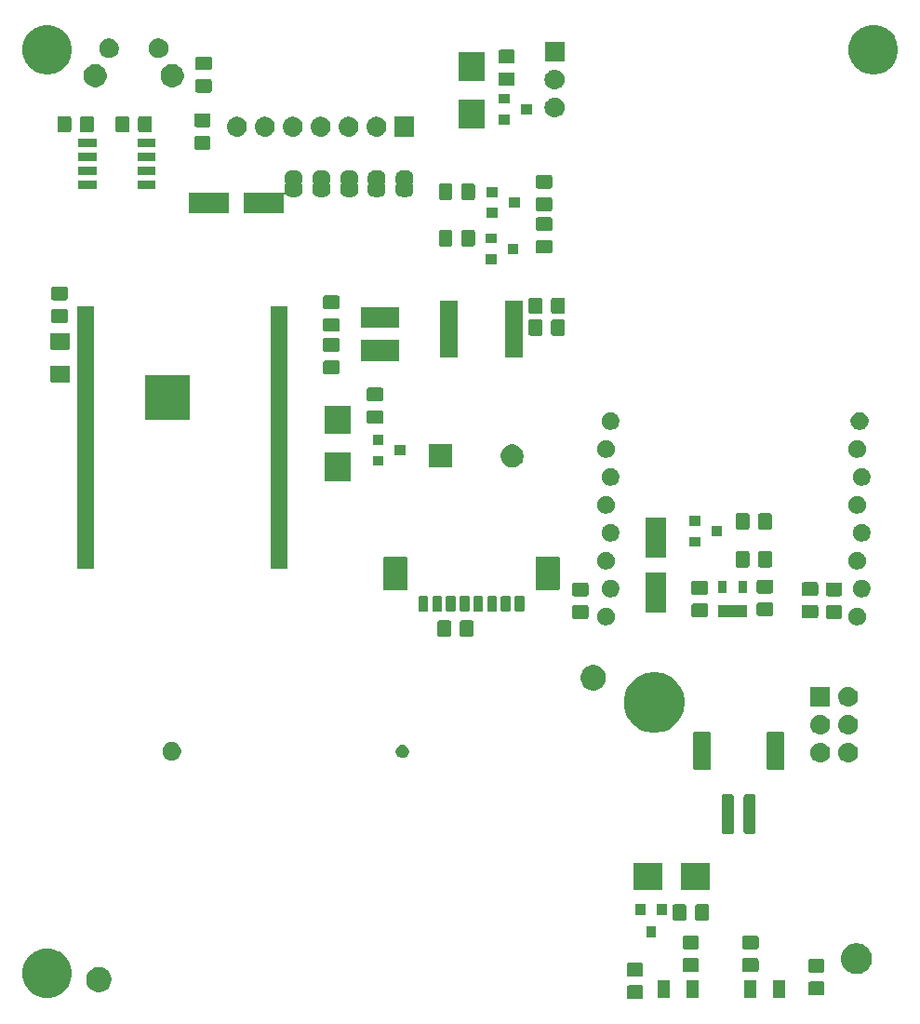
<source format=gts>
G04 #@! TF.GenerationSoftware,KiCad,Pcbnew,5.0.2-bee76a0~70~ubuntu18.04.1*
G04 #@! TF.CreationDate,2019-02-28T13:46:31+03:00*
G04 #@! TF.ProjectId,sensor-node,73656e73-6f72-42d6-9e6f-64652e6b6963,1*
G04 #@! TF.SameCoordinates,Original*
G04 #@! TF.FileFunction,Soldermask,Top*
G04 #@! TF.FilePolarity,Negative*
%FSLAX46Y46*%
G04 Gerber Fmt 4.6, Leading zero omitted, Abs format (unit mm)*
G04 Created by KiCad (PCBNEW 5.0.2-bee76a0~70~ubuntu18.04.1) date Thu 28 Feb 2019 13:46:31 EAT*
%MOMM*%
%LPD*%
G01*
G04 APERTURE LIST*
%ADD10C,0.100000*%
G04 APERTURE END LIST*
D10*
G36*
X150093077Y-154318465D02*
X150130764Y-154329898D01*
X150165503Y-154348466D01*
X150195948Y-154373452D01*
X150220934Y-154403897D01*
X150239502Y-154438636D01*
X150250935Y-154476323D01*
X150255400Y-154521661D01*
X150255400Y-155358339D01*
X150250935Y-155403677D01*
X150239502Y-155441364D01*
X150220934Y-155476103D01*
X150195948Y-155506548D01*
X150165503Y-155531534D01*
X150130764Y-155550102D01*
X150093077Y-155561535D01*
X150047739Y-155566000D01*
X148961061Y-155566000D01*
X148915723Y-155561535D01*
X148878036Y-155550102D01*
X148843297Y-155531534D01*
X148812852Y-155506548D01*
X148787866Y-155476103D01*
X148769298Y-155441364D01*
X148757865Y-155403677D01*
X148753400Y-155358339D01*
X148753400Y-154521661D01*
X148757865Y-154476323D01*
X148769298Y-154438636D01*
X148787866Y-154403897D01*
X148812852Y-154373452D01*
X148843297Y-154348466D01*
X148878036Y-154329898D01*
X148915723Y-154318465D01*
X148961061Y-154314000D01*
X150047739Y-154314000D01*
X150093077Y-154318465D01*
X150093077Y-154318465D01*
G37*
G36*
X96382080Y-150989931D02*
X96666301Y-151046466D01*
X96835910Y-151116720D01*
X97075774Y-151216075D01*
X97094188Y-151228379D01*
X97444292Y-151462311D01*
X97757689Y-151775708D01*
X97852364Y-151917400D01*
X98003925Y-152144226D01*
X98086557Y-152343718D01*
X98173534Y-152553699D01*
X98188910Y-152631000D01*
X98255315Y-152964838D01*
X98260000Y-152988394D01*
X98260000Y-153431606D01*
X98173534Y-153866301D01*
X98161495Y-153895365D01*
X98003925Y-154275774D01*
X97947734Y-154359869D01*
X97757689Y-154644292D01*
X97444292Y-154957689D01*
X97233646Y-155098438D01*
X97075774Y-155203925D01*
X96858730Y-155293827D01*
X96666301Y-155373534D01*
X96231607Y-155460000D01*
X95788393Y-155460000D01*
X95353699Y-155373534D01*
X95161270Y-155293827D01*
X94944226Y-155203925D01*
X94786354Y-155098438D01*
X94575708Y-154957689D01*
X94262311Y-154644292D01*
X94072266Y-154359869D01*
X94016075Y-154275774D01*
X93858505Y-153895365D01*
X93846466Y-153866301D01*
X93760000Y-153431606D01*
X93760000Y-152988394D01*
X93764686Y-152964838D01*
X93831090Y-152631000D01*
X93846466Y-152553699D01*
X93933443Y-152343718D01*
X94016075Y-152144226D01*
X94167636Y-151917400D01*
X94262311Y-151775708D01*
X94575708Y-151462311D01*
X94925812Y-151228379D01*
X94944226Y-151216075D01*
X95184090Y-151116720D01*
X95353699Y-151046466D01*
X95637920Y-150989931D01*
X95788393Y-150960000D01*
X96231607Y-150960000D01*
X96382080Y-150989931D01*
X96382080Y-150989931D01*
G37*
G36*
X163141000Y-155436200D02*
X162039000Y-155436200D01*
X162039000Y-153834200D01*
X163141000Y-153834200D01*
X163141000Y-155436200D01*
X163141000Y-155436200D01*
G37*
G36*
X155267000Y-155436200D02*
X154165000Y-155436200D01*
X154165000Y-153834200D01*
X155267000Y-153834200D01*
X155267000Y-155436200D01*
X155267000Y-155436200D01*
G37*
G36*
X152667000Y-155436200D02*
X151565000Y-155436200D01*
X151565000Y-153834200D01*
X152667000Y-153834200D01*
X152667000Y-155436200D01*
X152667000Y-155436200D01*
G37*
G36*
X160541000Y-155436200D02*
X159439000Y-155436200D01*
X159439000Y-153834200D01*
X160541000Y-153834200D01*
X160541000Y-155436200D01*
X160541000Y-155436200D01*
G37*
G36*
X166603077Y-153971865D02*
X166640764Y-153983298D01*
X166675503Y-154001866D01*
X166705948Y-154026852D01*
X166730934Y-154057297D01*
X166749502Y-154092036D01*
X166760935Y-154129723D01*
X166765400Y-154175061D01*
X166765400Y-155011739D01*
X166760935Y-155057077D01*
X166749502Y-155094764D01*
X166730934Y-155129503D01*
X166705948Y-155159948D01*
X166675503Y-155184934D01*
X166640764Y-155203502D01*
X166603077Y-155214935D01*
X166557739Y-155219400D01*
X165471061Y-155219400D01*
X165425723Y-155214935D01*
X165388036Y-155203502D01*
X165353297Y-155184934D01*
X165322852Y-155159948D01*
X165297866Y-155129503D01*
X165279298Y-155094764D01*
X165267865Y-155057077D01*
X165263400Y-155011739D01*
X165263400Y-154175061D01*
X165267865Y-154129723D01*
X165279298Y-154092036D01*
X165297866Y-154057297D01*
X165322852Y-154026852D01*
X165353297Y-154001866D01*
X165388036Y-153983298D01*
X165425723Y-153971865D01*
X165471061Y-153967400D01*
X166557739Y-153967400D01*
X166603077Y-153971865D01*
X166603077Y-153971865D01*
G37*
G36*
X101044734Y-152675232D02*
X101254202Y-152761996D01*
X101442723Y-152887962D01*
X101603038Y-153048277D01*
X101729004Y-153236798D01*
X101815768Y-153446266D01*
X101860000Y-153668635D01*
X101860000Y-153895365D01*
X101815768Y-154117734D01*
X101729004Y-154327202D01*
X101603038Y-154515723D01*
X101442723Y-154676038D01*
X101254202Y-154802004D01*
X101044734Y-154888768D01*
X100822365Y-154933000D01*
X100595635Y-154933000D01*
X100373266Y-154888768D01*
X100163798Y-154802004D01*
X99975277Y-154676038D01*
X99814962Y-154515723D01*
X99688996Y-154327202D01*
X99602232Y-154117734D01*
X99558000Y-153895365D01*
X99558000Y-153668635D01*
X99602232Y-153446266D01*
X99688996Y-153236798D01*
X99814962Y-153048277D01*
X99975277Y-152887962D01*
X100163798Y-152761996D01*
X100373266Y-152675232D01*
X100595635Y-152631000D01*
X100822365Y-152631000D01*
X101044734Y-152675232D01*
X101044734Y-152675232D01*
G37*
G36*
X150093077Y-152268465D02*
X150130764Y-152279898D01*
X150165503Y-152298466D01*
X150195948Y-152323452D01*
X150220934Y-152353897D01*
X150239502Y-152388636D01*
X150250935Y-152426323D01*
X150255400Y-152471661D01*
X150255400Y-153308339D01*
X150250935Y-153353677D01*
X150239502Y-153391364D01*
X150220934Y-153426103D01*
X150195948Y-153456548D01*
X150165503Y-153481534D01*
X150130764Y-153500102D01*
X150093077Y-153511535D01*
X150047739Y-153516000D01*
X148961061Y-153516000D01*
X148915723Y-153511535D01*
X148878036Y-153500102D01*
X148843297Y-153481534D01*
X148812852Y-153456548D01*
X148787866Y-153426103D01*
X148769298Y-153391364D01*
X148757865Y-153353677D01*
X148753400Y-153308339D01*
X148753400Y-152471661D01*
X148757865Y-152426323D01*
X148769298Y-152388636D01*
X148787866Y-152353897D01*
X148812852Y-152323452D01*
X148843297Y-152298466D01*
X148878036Y-152279898D01*
X148915723Y-152268465D01*
X148961061Y-152264000D01*
X150047739Y-152264000D01*
X150093077Y-152268465D01*
X150093077Y-152268465D01*
G37*
G36*
X169990433Y-150526893D02*
X170080657Y-150544839D01*
X170186267Y-150588585D01*
X170335621Y-150650449D01*
X170565089Y-150803774D01*
X170760226Y-150998911D01*
X170913551Y-151228379D01*
X171019161Y-151483344D01*
X171073000Y-151754012D01*
X171073000Y-152029988D01*
X171050277Y-152144225D01*
X171019161Y-152300657D01*
X170975415Y-152406267D01*
X170913551Y-152555621D01*
X170760226Y-152785089D01*
X170565089Y-152980226D01*
X170335621Y-153133551D01*
X170186267Y-153195415D01*
X170080657Y-153239161D01*
X169990433Y-153257107D01*
X169809988Y-153293000D01*
X169534012Y-153293000D01*
X169353567Y-153257107D01*
X169263343Y-153239161D01*
X169157733Y-153195415D01*
X169008379Y-153133551D01*
X168778911Y-152980226D01*
X168583774Y-152785089D01*
X168430449Y-152555621D01*
X168368585Y-152406267D01*
X168324839Y-152300657D01*
X168293723Y-152144225D01*
X168271000Y-152029988D01*
X168271000Y-151754012D01*
X168324839Y-151483344D01*
X168430449Y-151228379D01*
X168583774Y-150998911D01*
X168778911Y-150803774D01*
X169008379Y-150650449D01*
X169157733Y-150588585D01*
X169263343Y-150544839D01*
X169353567Y-150526893D01*
X169534012Y-150491000D01*
X169809988Y-150491000D01*
X169990433Y-150526893D01*
X169990433Y-150526893D01*
G37*
G36*
X166603077Y-151921865D02*
X166640764Y-151933298D01*
X166675503Y-151951866D01*
X166705948Y-151976852D01*
X166730934Y-152007297D01*
X166749502Y-152042036D01*
X166760935Y-152079723D01*
X166765400Y-152125061D01*
X166765400Y-152961739D01*
X166760935Y-153007077D01*
X166749502Y-153044764D01*
X166730934Y-153079503D01*
X166705948Y-153109948D01*
X166675503Y-153134934D01*
X166640764Y-153153502D01*
X166603077Y-153164935D01*
X166557739Y-153169400D01*
X165471061Y-153169400D01*
X165425723Y-153164935D01*
X165388036Y-153153502D01*
X165353297Y-153134934D01*
X165322852Y-153109948D01*
X165297866Y-153079503D01*
X165279298Y-153044764D01*
X165267865Y-153007077D01*
X165263400Y-152961739D01*
X165263400Y-152125061D01*
X165267865Y-152079723D01*
X165279298Y-152042036D01*
X165297866Y-152007297D01*
X165322852Y-151976852D01*
X165353297Y-151951866D01*
X165388036Y-151933298D01*
X165425723Y-151921865D01*
X165471061Y-151917400D01*
X166557739Y-151917400D01*
X166603077Y-151921865D01*
X166603077Y-151921865D01*
G37*
G36*
X160599677Y-151838265D02*
X160637364Y-151849698D01*
X160672103Y-151868266D01*
X160702548Y-151893252D01*
X160727534Y-151923697D01*
X160746102Y-151958436D01*
X160757535Y-151996123D01*
X160762000Y-152041461D01*
X160762000Y-152878139D01*
X160757535Y-152923477D01*
X160746102Y-152961164D01*
X160727534Y-152995903D01*
X160702548Y-153026348D01*
X160672103Y-153051334D01*
X160637364Y-153069902D01*
X160599677Y-153081335D01*
X160554339Y-153085800D01*
X159467661Y-153085800D01*
X159422323Y-153081335D01*
X159384636Y-153069902D01*
X159349897Y-153051334D01*
X159319452Y-153026348D01*
X159294466Y-152995903D01*
X159275898Y-152961164D01*
X159264465Y-152923477D01*
X159260000Y-152878139D01*
X159260000Y-152041461D01*
X159264465Y-151996123D01*
X159275898Y-151958436D01*
X159294466Y-151923697D01*
X159319452Y-151893252D01*
X159349897Y-151868266D01*
X159384636Y-151849698D01*
X159422323Y-151838265D01*
X159467661Y-151833800D01*
X160554339Y-151833800D01*
X160599677Y-151838265D01*
X160599677Y-151838265D01*
G37*
G36*
X155173077Y-151838265D02*
X155210764Y-151849698D01*
X155245503Y-151868266D01*
X155275948Y-151893252D01*
X155300934Y-151923697D01*
X155319502Y-151958436D01*
X155330935Y-151996123D01*
X155335400Y-152041461D01*
X155335400Y-152878139D01*
X155330935Y-152923477D01*
X155319502Y-152961164D01*
X155300934Y-152995903D01*
X155275948Y-153026348D01*
X155245503Y-153051334D01*
X155210764Y-153069902D01*
X155173077Y-153081335D01*
X155127739Y-153085800D01*
X154041061Y-153085800D01*
X153995723Y-153081335D01*
X153958036Y-153069902D01*
X153923297Y-153051334D01*
X153892852Y-153026348D01*
X153867866Y-152995903D01*
X153849298Y-152961164D01*
X153837865Y-152923477D01*
X153833400Y-152878139D01*
X153833400Y-152041461D01*
X153837865Y-151996123D01*
X153849298Y-151958436D01*
X153867866Y-151923697D01*
X153892852Y-151893252D01*
X153923297Y-151868266D01*
X153958036Y-151849698D01*
X153995723Y-151838265D01*
X154041061Y-151833800D01*
X155127739Y-151833800D01*
X155173077Y-151838265D01*
X155173077Y-151838265D01*
G37*
G36*
X160599677Y-149788265D02*
X160637364Y-149799698D01*
X160672103Y-149818266D01*
X160702548Y-149843252D01*
X160727534Y-149873697D01*
X160746102Y-149908436D01*
X160757535Y-149946123D01*
X160762000Y-149991461D01*
X160762000Y-150828139D01*
X160757535Y-150873477D01*
X160746102Y-150911164D01*
X160727534Y-150945903D01*
X160702548Y-150976348D01*
X160672103Y-151001334D01*
X160637364Y-151019902D01*
X160599677Y-151031335D01*
X160554339Y-151035800D01*
X159467661Y-151035800D01*
X159422323Y-151031335D01*
X159384636Y-151019902D01*
X159349897Y-151001334D01*
X159319452Y-150976348D01*
X159294466Y-150945903D01*
X159275898Y-150911164D01*
X159264465Y-150873477D01*
X159260000Y-150828139D01*
X159260000Y-149991461D01*
X159264465Y-149946123D01*
X159275898Y-149908436D01*
X159294466Y-149873697D01*
X159319452Y-149843252D01*
X159349897Y-149818266D01*
X159384636Y-149799698D01*
X159422323Y-149788265D01*
X159467661Y-149783800D01*
X160554339Y-149783800D01*
X160599677Y-149788265D01*
X160599677Y-149788265D01*
G37*
G36*
X155173077Y-149788265D02*
X155210764Y-149799698D01*
X155245503Y-149818266D01*
X155275948Y-149843252D01*
X155300934Y-149873697D01*
X155319502Y-149908436D01*
X155330935Y-149946123D01*
X155335400Y-149991461D01*
X155335400Y-150828139D01*
X155330935Y-150873477D01*
X155319502Y-150911164D01*
X155300934Y-150945903D01*
X155275948Y-150976348D01*
X155245503Y-151001334D01*
X155210764Y-151019902D01*
X155173077Y-151031335D01*
X155127739Y-151035800D01*
X154041061Y-151035800D01*
X153995723Y-151031335D01*
X153958036Y-151019902D01*
X153923297Y-151001334D01*
X153892852Y-150976348D01*
X153867866Y-150945903D01*
X153849298Y-150911164D01*
X153837865Y-150873477D01*
X153833400Y-150828139D01*
X153833400Y-149991461D01*
X153837865Y-149946123D01*
X153849298Y-149908436D01*
X153867866Y-149873697D01*
X153892852Y-149843252D01*
X153923297Y-149818266D01*
X153958036Y-149799698D01*
X153995723Y-149788265D01*
X154041061Y-149783800D01*
X155127739Y-149783800D01*
X155173077Y-149788265D01*
X155173077Y-149788265D01*
G37*
G36*
X151428600Y-149938600D02*
X150526600Y-149938600D01*
X150526600Y-148936600D01*
X151428600Y-148936600D01*
X151428600Y-149938600D01*
X151428600Y-149938600D01*
G37*
G36*
X156073077Y-146929065D02*
X156110764Y-146940498D01*
X156145503Y-146959066D01*
X156175948Y-146984052D01*
X156200934Y-147014497D01*
X156219502Y-147049236D01*
X156230935Y-147086923D01*
X156235400Y-147132261D01*
X156235400Y-148218939D01*
X156230935Y-148264277D01*
X156219502Y-148301964D01*
X156200934Y-148336703D01*
X156175948Y-148367148D01*
X156145503Y-148392134D01*
X156110764Y-148410702D01*
X156073077Y-148422135D01*
X156027739Y-148426600D01*
X155191061Y-148426600D01*
X155145723Y-148422135D01*
X155108036Y-148410702D01*
X155073297Y-148392134D01*
X155042852Y-148367148D01*
X155017866Y-148336703D01*
X154999298Y-148301964D01*
X154987865Y-148264277D01*
X154983400Y-148218939D01*
X154983400Y-147132261D01*
X154987865Y-147086923D01*
X154999298Y-147049236D01*
X155017866Y-147014497D01*
X155042852Y-146984052D01*
X155073297Y-146959066D01*
X155108036Y-146940498D01*
X155145723Y-146929065D01*
X155191061Y-146924600D01*
X156027739Y-146924600D01*
X156073077Y-146929065D01*
X156073077Y-146929065D01*
G37*
G36*
X154023077Y-146929065D02*
X154060764Y-146940498D01*
X154095503Y-146959066D01*
X154125948Y-146984052D01*
X154150934Y-147014497D01*
X154169502Y-147049236D01*
X154180935Y-147086923D01*
X154185400Y-147132261D01*
X154185400Y-148218939D01*
X154180935Y-148264277D01*
X154169502Y-148301964D01*
X154150934Y-148336703D01*
X154125948Y-148367148D01*
X154095503Y-148392134D01*
X154060764Y-148410702D01*
X154023077Y-148422135D01*
X153977739Y-148426600D01*
X153141061Y-148426600D01*
X153095723Y-148422135D01*
X153058036Y-148410702D01*
X153023297Y-148392134D01*
X152992852Y-148367148D01*
X152967866Y-148336703D01*
X152949298Y-148301964D01*
X152937865Y-148264277D01*
X152933400Y-148218939D01*
X152933400Y-147132261D01*
X152937865Y-147086923D01*
X152949298Y-147049236D01*
X152967866Y-147014497D01*
X152992852Y-146984052D01*
X153023297Y-146959066D01*
X153058036Y-146940498D01*
X153095723Y-146929065D01*
X153141061Y-146924600D01*
X153977739Y-146924600D01*
X154023077Y-146929065D01*
X154023077Y-146929065D01*
G37*
G36*
X150478600Y-147938600D02*
X149576600Y-147938600D01*
X149576600Y-146936600D01*
X150478600Y-146936600D01*
X150478600Y-147938600D01*
X150478600Y-147938600D01*
G37*
G36*
X152378600Y-147938600D02*
X151476600Y-147938600D01*
X151476600Y-146936600D01*
X152378600Y-146936600D01*
X152378600Y-147938600D01*
X152378600Y-147938600D01*
G37*
G36*
X156308200Y-145625400D02*
X153706200Y-145625400D01*
X153706200Y-143223400D01*
X156308200Y-143223400D01*
X156308200Y-145625400D01*
X156308200Y-145625400D01*
G37*
G36*
X152008200Y-145625400D02*
X149406200Y-145625400D01*
X149406200Y-143223400D01*
X152008200Y-143223400D01*
X152008200Y-145625400D01*
X152008200Y-145625400D01*
G37*
G36*
X158332633Y-136943686D02*
X158372481Y-136955774D01*
X158409201Y-136975401D01*
X158441386Y-137001814D01*
X158467799Y-137033999D01*
X158487426Y-137070719D01*
X158499514Y-137110567D01*
X158504200Y-137158141D01*
X158504200Y-140321859D01*
X158499514Y-140369433D01*
X158487426Y-140409281D01*
X158467799Y-140446001D01*
X158441386Y-140478186D01*
X158409201Y-140504599D01*
X158372481Y-140524226D01*
X158332633Y-140536314D01*
X158285059Y-140541000D01*
X157621341Y-140541000D01*
X157573767Y-140536314D01*
X157533919Y-140524226D01*
X157497199Y-140504599D01*
X157465014Y-140478186D01*
X157438601Y-140446001D01*
X157418974Y-140409281D01*
X157406886Y-140369433D01*
X157402200Y-140321859D01*
X157402200Y-137158141D01*
X157406886Y-137110567D01*
X157418974Y-137070719D01*
X157438601Y-137033999D01*
X157465014Y-137001814D01*
X157497199Y-136975401D01*
X157533919Y-136955774D01*
X157573767Y-136943686D01*
X157621341Y-136939000D01*
X158285059Y-136939000D01*
X158332633Y-136943686D01*
X158332633Y-136943686D01*
G37*
G36*
X160332633Y-136943686D02*
X160372481Y-136955774D01*
X160409201Y-136975401D01*
X160441386Y-137001814D01*
X160467799Y-137033999D01*
X160487426Y-137070719D01*
X160499514Y-137110567D01*
X160504200Y-137158141D01*
X160504200Y-140321859D01*
X160499514Y-140369433D01*
X160487426Y-140409281D01*
X160467799Y-140446001D01*
X160441386Y-140478186D01*
X160409201Y-140504599D01*
X160372481Y-140524226D01*
X160332633Y-140536314D01*
X160285059Y-140541000D01*
X159621341Y-140541000D01*
X159573767Y-140536314D01*
X159533919Y-140524226D01*
X159497199Y-140504599D01*
X159465014Y-140478186D01*
X159438601Y-140446001D01*
X159418974Y-140409281D01*
X159406886Y-140369433D01*
X159402200Y-140321859D01*
X159402200Y-137158141D01*
X159406886Y-137110567D01*
X159418974Y-137070719D01*
X159438601Y-137033999D01*
X159465014Y-137001814D01*
X159497199Y-136975401D01*
X159533919Y-136955774D01*
X159573767Y-136943686D01*
X159621341Y-136939000D01*
X160285059Y-136939000D01*
X160332633Y-136943686D01*
X160332633Y-136943686D01*
G37*
G36*
X162956243Y-131243122D02*
X162990590Y-131253541D01*
X163022235Y-131270456D01*
X163049977Y-131293223D01*
X163072744Y-131320965D01*
X163089659Y-131352610D01*
X163100078Y-131386957D01*
X163104200Y-131428807D01*
X163104200Y-134551193D01*
X163100078Y-134593043D01*
X163089659Y-134627390D01*
X163072744Y-134659035D01*
X163049977Y-134686777D01*
X163022235Y-134709544D01*
X162990590Y-134726459D01*
X162956243Y-134736878D01*
X162914393Y-134741000D01*
X161692007Y-134741000D01*
X161650157Y-134736878D01*
X161615810Y-134726459D01*
X161584165Y-134709544D01*
X161556423Y-134686777D01*
X161533656Y-134659035D01*
X161516741Y-134627390D01*
X161506322Y-134593043D01*
X161502200Y-134551193D01*
X161502200Y-131428807D01*
X161506322Y-131386957D01*
X161516741Y-131352610D01*
X161533656Y-131320965D01*
X161556423Y-131293223D01*
X161584165Y-131270456D01*
X161615810Y-131253541D01*
X161650157Y-131243122D01*
X161692007Y-131239000D01*
X162914393Y-131239000D01*
X162956243Y-131243122D01*
X162956243Y-131243122D01*
G37*
G36*
X156256243Y-131243122D02*
X156290590Y-131253541D01*
X156322235Y-131270456D01*
X156349977Y-131293223D01*
X156372744Y-131320965D01*
X156389659Y-131352610D01*
X156400078Y-131386957D01*
X156404200Y-131428807D01*
X156404200Y-134551193D01*
X156400078Y-134593043D01*
X156389659Y-134627390D01*
X156372744Y-134659035D01*
X156349977Y-134686777D01*
X156322235Y-134709544D01*
X156290590Y-134726459D01*
X156256243Y-134736878D01*
X156214393Y-134741000D01*
X154992007Y-134741000D01*
X154950157Y-134736878D01*
X154915810Y-134726459D01*
X154884165Y-134709544D01*
X154856423Y-134686777D01*
X154833656Y-134659035D01*
X154816741Y-134627390D01*
X154806322Y-134593043D01*
X154802200Y-134551193D01*
X154802200Y-131428807D01*
X154806322Y-131386957D01*
X154816741Y-131352610D01*
X154833656Y-131320965D01*
X154856423Y-131293223D01*
X154884165Y-131270456D01*
X154915810Y-131253541D01*
X154950157Y-131243122D01*
X154992007Y-131239000D01*
X156214393Y-131239000D01*
X156256243Y-131243122D01*
X156256243Y-131243122D01*
G37*
G36*
X169020443Y-132252319D02*
X169086627Y-132258837D01*
X169159207Y-132280854D01*
X169256467Y-132310357D01*
X169375505Y-132373985D01*
X169412991Y-132394022D01*
X169448729Y-132423352D01*
X169550186Y-132506614D01*
X169633448Y-132608071D01*
X169662778Y-132643809D01*
X169662779Y-132643811D01*
X169746443Y-132800333D01*
X169746443Y-132800334D01*
X169797963Y-132970173D01*
X169815359Y-133146800D01*
X169797963Y-133323427D01*
X169769240Y-133418115D01*
X169746443Y-133493267D01*
X169701429Y-133577481D01*
X169662778Y-133649791D01*
X169633448Y-133685529D01*
X169550186Y-133786986D01*
X169448729Y-133870248D01*
X169412991Y-133899578D01*
X169412989Y-133899579D01*
X169256467Y-133983243D01*
X169199853Y-134000416D01*
X169086627Y-134034763D01*
X169020442Y-134041282D01*
X168954260Y-134047800D01*
X168865740Y-134047800D01*
X168799558Y-134041282D01*
X168733373Y-134034763D01*
X168620147Y-134000416D01*
X168563533Y-133983243D01*
X168407011Y-133899579D01*
X168407009Y-133899578D01*
X168371271Y-133870248D01*
X168269814Y-133786986D01*
X168186552Y-133685529D01*
X168157222Y-133649791D01*
X168118571Y-133577481D01*
X168073557Y-133493267D01*
X168050760Y-133418115D01*
X168022037Y-133323427D01*
X168004641Y-133146800D01*
X168022037Y-132970173D01*
X168073557Y-132800334D01*
X168073557Y-132800333D01*
X168157221Y-132643811D01*
X168157222Y-132643809D01*
X168186552Y-132608071D01*
X168269814Y-132506614D01*
X168371271Y-132423352D01*
X168407009Y-132394022D01*
X168444495Y-132373985D01*
X168563533Y-132310357D01*
X168660793Y-132280854D01*
X168733373Y-132258837D01*
X168799557Y-132252319D01*
X168865740Y-132245800D01*
X168954260Y-132245800D01*
X169020443Y-132252319D01*
X169020443Y-132252319D01*
G37*
G36*
X166480443Y-132252319D02*
X166546627Y-132258837D01*
X166619207Y-132280854D01*
X166716467Y-132310357D01*
X166835505Y-132373985D01*
X166872991Y-132394022D01*
X166908729Y-132423352D01*
X167010186Y-132506614D01*
X167093448Y-132608071D01*
X167122778Y-132643809D01*
X167122779Y-132643811D01*
X167206443Y-132800333D01*
X167206443Y-132800334D01*
X167257963Y-132970173D01*
X167275359Y-133146800D01*
X167257963Y-133323427D01*
X167229240Y-133418115D01*
X167206443Y-133493267D01*
X167161429Y-133577481D01*
X167122778Y-133649791D01*
X167093448Y-133685529D01*
X167010186Y-133786986D01*
X166908729Y-133870248D01*
X166872991Y-133899578D01*
X166872989Y-133899579D01*
X166716467Y-133983243D01*
X166659853Y-134000416D01*
X166546627Y-134034763D01*
X166480442Y-134041282D01*
X166414260Y-134047800D01*
X166325740Y-134047800D01*
X166259558Y-134041282D01*
X166193373Y-134034763D01*
X166080147Y-134000416D01*
X166023533Y-133983243D01*
X165867011Y-133899579D01*
X165867009Y-133899578D01*
X165831271Y-133870248D01*
X165729814Y-133786986D01*
X165646552Y-133685529D01*
X165617222Y-133649791D01*
X165578571Y-133577481D01*
X165533557Y-133493267D01*
X165510760Y-133418115D01*
X165482037Y-133323427D01*
X165464641Y-133146800D01*
X165482037Y-132970173D01*
X165533557Y-132800334D01*
X165533557Y-132800333D01*
X165617221Y-132643811D01*
X165617222Y-132643809D01*
X165646552Y-132608071D01*
X165729814Y-132506614D01*
X165831271Y-132423352D01*
X165867009Y-132394022D01*
X165904495Y-132373985D01*
X166023533Y-132310357D01*
X166120793Y-132280854D01*
X166193373Y-132258837D01*
X166259557Y-132252319D01*
X166325740Y-132245800D01*
X166414260Y-132245800D01*
X166480443Y-132252319D01*
X166480443Y-132252319D01*
G37*
G36*
X107588228Y-132216703D02*
X107743100Y-132280853D01*
X107882481Y-132373985D01*
X108001015Y-132492519D01*
X108094147Y-132631900D01*
X108158297Y-132786772D01*
X108191000Y-132951184D01*
X108191000Y-133118816D01*
X108158297Y-133283228D01*
X108094147Y-133438100D01*
X108001015Y-133577481D01*
X107882481Y-133696015D01*
X107743100Y-133789147D01*
X107588228Y-133853297D01*
X107423816Y-133886000D01*
X107256184Y-133886000D01*
X107091772Y-133853297D01*
X106936900Y-133789147D01*
X106797519Y-133696015D01*
X106678985Y-133577481D01*
X106585853Y-133438100D01*
X106521703Y-133283228D01*
X106489000Y-133118816D01*
X106489000Y-132951184D01*
X106521703Y-132786772D01*
X106585853Y-132631900D01*
X106678985Y-132492519D01*
X106797519Y-132373985D01*
X106936900Y-132280853D01*
X107091772Y-132216703D01*
X107256184Y-132184000D01*
X107423816Y-132184000D01*
X107588228Y-132216703D01*
X107588228Y-132216703D01*
G37*
G36*
X128515305Y-132457096D02*
X128624680Y-132502400D01*
X128723118Y-132568175D01*
X128806825Y-132651882D01*
X128872600Y-132750320D01*
X128917904Y-132859695D01*
X128941000Y-132975806D01*
X128941000Y-133094194D01*
X128917904Y-133210305D01*
X128872600Y-133319680D01*
X128806825Y-133418118D01*
X128723118Y-133501825D01*
X128624680Y-133567600D01*
X128515305Y-133612904D01*
X128399194Y-133636000D01*
X128280806Y-133636000D01*
X128164695Y-133612904D01*
X128055320Y-133567600D01*
X127956882Y-133501825D01*
X127873175Y-133418118D01*
X127807400Y-133319680D01*
X127762096Y-133210305D01*
X127739000Y-133094194D01*
X127739000Y-132975806D01*
X127762096Y-132859695D01*
X127807400Y-132750320D01*
X127873175Y-132651882D01*
X127956882Y-132568175D01*
X128055320Y-132502400D01*
X128164695Y-132457096D01*
X128280806Y-132434000D01*
X128399194Y-132434000D01*
X128515305Y-132457096D01*
X128515305Y-132457096D01*
G37*
G36*
X166480442Y-129712318D02*
X166546627Y-129718837D01*
X166659853Y-129753184D01*
X166716467Y-129770357D01*
X166855087Y-129844452D01*
X166872991Y-129854022D01*
X166908729Y-129883352D01*
X167010186Y-129966614D01*
X167093448Y-130068071D01*
X167122778Y-130103809D01*
X167122779Y-130103811D01*
X167206443Y-130260333D01*
X167223616Y-130316947D01*
X167257963Y-130430173D01*
X167275359Y-130606800D01*
X167257963Y-130783427D01*
X167241157Y-130838829D01*
X167206443Y-130953267D01*
X167168169Y-131024871D01*
X167122778Y-131109791D01*
X167093448Y-131145529D01*
X167010186Y-131246986D01*
X166924626Y-131317202D01*
X166872991Y-131359578D01*
X166872989Y-131359579D01*
X166716467Y-131443243D01*
X166659853Y-131460416D01*
X166546627Y-131494763D01*
X166480443Y-131501281D01*
X166414260Y-131507800D01*
X166325740Y-131507800D01*
X166259557Y-131501281D01*
X166193373Y-131494763D01*
X166080147Y-131460416D01*
X166023533Y-131443243D01*
X165867011Y-131359579D01*
X165867009Y-131359578D01*
X165815374Y-131317202D01*
X165729814Y-131246986D01*
X165646552Y-131145529D01*
X165617222Y-131109791D01*
X165571831Y-131024871D01*
X165533557Y-130953267D01*
X165498843Y-130838829D01*
X165482037Y-130783427D01*
X165464641Y-130606800D01*
X165482037Y-130430173D01*
X165516384Y-130316947D01*
X165533557Y-130260333D01*
X165617221Y-130103811D01*
X165617222Y-130103809D01*
X165646552Y-130068071D01*
X165729814Y-129966614D01*
X165831271Y-129883352D01*
X165867009Y-129854022D01*
X165884913Y-129844452D01*
X166023533Y-129770357D01*
X166080147Y-129753184D01*
X166193373Y-129718837D01*
X166259558Y-129712318D01*
X166325740Y-129705800D01*
X166414260Y-129705800D01*
X166480442Y-129712318D01*
X166480442Y-129712318D01*
G37*
G36*
X169020442Y-129712318D02*
X169086627Y-129718837D01*
X169199853Y-129753184D01*
X169256467Y-129770357D01*
X169395087Y-129844452D01*
X169412991Y-129854022D01*
X169448729Y-129883352D01*
X169550186Y-129966614D01*
X169633448Y-130068071D01*
X169662778Y-130103809D01*
X169662779Y-130103811D01*
X169746443Y-130260333D01*
X169763616Y-130316947D01*
X169797963Y-130430173D01*
X169815359Y-130606800D01*
X169797963Y-130783427D01*
X169781157Y-130838829D01*
X169746443Y-130953267D01*
X169708169Y-131024871D01*
X169662778Y-131109791D01*
X169633448Y-131145529D01*
X169550186Y-131246986D01*
X169464626Y-131317202D01*
X169412991Y-131359578D01*
X169412989Y-131359579D01*
X169256467Y-131443243D01*
X169199853Y-131460416D01*
X169086627Y-131494763D01*
X169020443Y-131501281D01*
X168954260Y-131507800D01*
X168865740Y-131507800D01*
X168799557Y-131501281D01*
X168733373Y-131494763D01*
X168620147Y-131460416D01*
X168563533Y-131443243D01*
X168407011Y-131359579D01*
X168407009Y-131359578D01*
X168355374Y-131317202D01*
X168269814Y-131246986D01*
X168186552Y-131145529D01*
X168157222Y-131109791D01*
X168111831Y-131024871D01*
X168073557Y-130953267D01*
X168038843Y-130838829D01*
X168022037Y-130783427D01*
X168004641Y-130606800D01*
X168022037Y-130430173D01*
X168056384Y-130316947D01*
X168073557Y-130260333D01*
X168157221Y-130103811D01*
X168157222Y-130103809D01*
X168186552Y-130068071D01*
X168269814Y-129966614D01*
X168371271Y-129883352D01*
X168407009Y-129854022D01*
X168424913Y-129844452D01*
X168563533Y-129770357D01*
X168620147Y-129753184D01*
X168733373Y-129718837D01*
X168799558Y-129712318D01*
X168865740Y-129705800D01*
X168954260Y-129705800D01*
X169020442Y-129712318D01*
X169020442Y-129712318D01*
G37*
G36*
X151793694Y-125902060D02*
X152059437Y-125954919D01*
X152560087Y-126162295D01*
X152747774Y-126287704D01*
X153010663Y-126463361D01*
X153393839Y-126846537D01*
X153393841Y-126846540D01*
X153694905Y-127297113D01*
X153902281Y-127797763D01*
X153902281Y-127797764D01*
X154008000Y-128329249D01*
X154008000Y-128871151D01*
X153972186Y-129051200D01*
X153902281Y-129402637D01*
X153694905Y-129903287D01*
X153404636Y-130337704D01*
X153393839Y-130353863D01*
X153010663Y-130737039D01*
X153010660Y-130737041D01*
X152560087Y-131038105D01*
X152059437Y-131245481D01*
X151865798Y-131283998D01*
X151527951Y-131351200D01*
X150986049Y-131351200D01*
X150648202Y-131283998D01*
X150454563Y-131245481D01*
X149953913Y-131038105D01*
X149503340Y-130737041D01*
X149503337Y-130737039D01*
X149120161Y-130353863D01*
X149109364Y-130337704D01*
X148819095Y-129903287D01*
X148611719Y-129402637D01*
X148541814Y-129051200D01*
X148506000Y-128871151D01*
X148506000Y-128329249D01*
X148611719Y-127797764D01*
X148611719Y-127797763D01*
X148819095Y-127297113D01*
X149120159Y-126846540D01*
X149120161Y-126846537D01*
X149503337Y-126463361D01*
X149766226Y-126287704D01*
X149953913Y-126162295D01*
X150454563Y-125954919D01*
X150720306Y-125902060D01*
X150986049Y-125849200D01*
X151527951Y-125849200D01*
X151793694Y-125902060D01*
X151793694Y-125902060D01*
G37*
G36*
X167271000Y-128967800D02*
X165469000Y-128967800D01*
X165469000Y-127165800D01*
X167271000Y-127165800D01*
X167271000Y-128967800D01*
X167271000Y-128967800D01*
G37*
G36*
X169020443Y-127172319D02*
X169086627Y-127178837D01*
X169198354Y-127212729D01*
X169256467Y-127230357D01*
X169381357Y-127297113D01*
X169412991Y-127314022D01*
X169448729Y-127343352D01*
X169550186Y-127426614D01*
X169625695Y-127518623D01*
X169662778Y-127563809D01*
X169662779Y-127563811D01*
X169746443Y-127720333D01*
X169746443Y-127720334D01*
X169797963Y-127890173D01*
X169815359Y-128066800D01*
X169797963Y-128243427D01*
X169776948Y-128312704D01*
X169746443Y-128413267D01*
X169672348Y-128551887D01*
X169662778Y-128569791D01*
X169633448Y-128605529D01*
X169550186Y-128706986D01*
X169448729Y-128790248D01*
X169412991Y-128819578D01*
X169412989Y-128819579D01*
X169256467Y-128903243D01*
X169199853Y-128920416D01*
X169086627Y-128954763D01*
X169020443Y-128961281D01*
X168954260Y-128967800D01*
X168865740Y-128967800D01*
X168799557Y-128961281D01*
X168733373Y-128954763D01*
X168620147Y-128920416D01*
X168563533Y-128903243D01*
X168407011Y-128819579D01*
X168407009Y-128819578D01*
X168371271Y-128790248D01*
X168269814Y-128706986D01*
X168186552Y-128605529D01*
X168157222Y-128569791D01*
X168147652Y-128551887D01*
X168073557Y-128413267D01*
X168043052Y-128312704D01*
X168022037Y-128243427D01*
X168004641Y-128066800D01*
X168022037Y-127890173D01*
X168073557Y-127720334D01*
X168073557Y-127720333D01*
X168157221Y-127563811D01*
X168157222Y-127563809D01*
X168194305Y-127518623D01*
X168269814Y-127426614D01*
X168371271Y-127343352D01*
X168407009Y-127314022D01*
X168438643Y-127297113D01*
X168563533Y-127230357D01*
X168621646Y-127212729D01*
X168733373Y-127178837D01*
X168799557Y-127172319D01*
X168865740Y-127165800D01*
X168954260Y-127165800D01*
X169020443Y-127172319D01*
X169020443Y-127172319D01*
G37*
G36*
X146044734Y-125235232D02*
X146254202Y-125321996D01*
X146442723Y-125447962D01*
X146603038Y-125608277D01*
X146729004Y-125796798D01*
X146815768Y-126006266D01*
X146860000Y-126228635D01*
X146860000Y-126455365D01*
X146815768Y-126677734D01*
X146729004Y-126887202D01*
X146603038Y-127075723D01*
X146442723Y-127236038D01*
X146254202Y-127362004D01*
X146044734Y-127448768D01*
X145822365Y-127493000D01*
X145595635Y-127493000D01*
X145373266Y-127448768D01*
X145163798Y-127362004D01*
X144975277Y-127236038D01*
X144814962Y-127075723D01*
X144688996Y-126887202D01*
X144602232Y-126677734D01*
X144558000Y-126455365D01*
X144558000Y-126228635D01*
X144602232Y-126006266D01*
X144688996Y-125796798D01*
X144814962Y-125608277D01*
X144975277Y-125447962D01*
X145163798Y-125321996D01*
X145373266Y-125235232D01*
X145595635Y-125191000D01*
X145822365Y-125191000D01*
X146044734Y-125235232D01*
X146044734Y-125235232D01*
G37*
G36*
X134660877Y-121122665D02*
X134698564Y-121134098D01*
X134733303Y-121152666D01*
X134763748Y-121177652D01*
X134788734Y-121208097D01*
X134807302Y-121242836D01*
X134818735Y-121280523D01*
X134823200Y-121325861D01*
X134823200Y-122412539D01*
X134818735Y-122457877D01*
X134807302Y-122495564D01*
X134788734Y-122530303D01*
X134763748Y-122560748D01*
X134733303Y-122585734D01*
X134698564Y-122604302D01*
X134660877Y-122615735D01*
X134615539Y-122620200D01*
X133778861Y-122620200D01*
X133733523Y-122615735D01*
X133695836Y-122604302D01*
X133661097Y-122585734D01*
X133630652Y-122560748D01*
X133605666Y-122530303D01*
X133587098Y-122495564D01*
X133575665Y-122457877D01*
X133571200Y-122412539D01*
X133571200Y-121325861D01*
X133575665Y-121280523D01*
X133587098Y-121242836D01*
X133605666Y-121208097D01*
X133630652Y-121177652D01*
X133661097Y-121152666D01*
X133695836Y-121134098D01*
X133733523Y-121122665D01*
X133778861Y-121118200D01*
X134615539Y-121118200D01*
X134660877Y-121122665D01*
X134660877Y-121122665D01*
G37*
G36*
X132610877Y-121122665D02*
X132648564Y-121134098D01*
X132683303Y-121152666D01*
X132713748Y-121177652D01*
X132738734Y-121208097D01*
X132757302Y-121242836D01*
X132768735Y-121280523D01*
X132773200Y-121325861D01*
X132773200Y-122412539D01*
X132768735Y-122457877D01*
X132757302Y-122495564D01*
X132738734Y-122530303D01*
X132713748Y-122560748D01*
X132683303Y-122585734D01*
X132648564Y-122604302D01*
X132610877Y-122615735D01*
X132565539Y-122620200D01*
X131728861Y-122620200D01*
X131683523Y-122615735D01*
X131645836Y-122604302D01*
X131611097Y-122585734D01*
X131580652Y-122560748D01*
X131555666Y-122530303D01*
X131537098Y-122495564D01*
X131525665Y-122457877D01*
X131521200Y-122412539D01*
X131521200Y-121325861D01*
X131525665Y-121280523D01*
X131537098Y-121242836D01*
X131555666Y-121208097D01*
X131580652Y-121177652D01*
X131611097Y-121152666D01*
X131645836Y-121134098D01*
X131683523Y-121122665D01*
X131728861Y-121118200D01*
X132565539Y-121118200D01*
X132610877Y-121122665D01*
X132610877Y-121122665D01*
G37*
G36*
X169959942Y-119980242D02*
X170107902Y-120041530D01*
X170174930Y-120086317D01*
X170241057Y-120130501D01*
X170354299Y-120243743D01*
X170398483Y-120309870D01*
X170443270Y-120376898D01*
X170504558Y-120524858D01*
X170535800Y-120681925D01*
X170535800Y-120842075D01*
X170504558Y-120999142D01*
X170457154Y-121113583D01*
X170443271Y-121147100D01*
X170381758Y-121239162D01*
X170354298Y-121280258D01*
X170241058Y-121393498D01*
X170107902Y-121482470D01*
X169959942Y-121543758D01*
X169802875Y-121575000D01*
X169642725Y-121575000D01*
X169485658Y-121543758D01*
X169337698Y-121482470D01*
X169204542Y-121393498D01*
X169091302Y-121280258D01*
X169063843Y-121239162D01*
X169002329Y-121147100D01*
X168988446Y-121113583D01*
X168941042Y-120999142D01*
X168909800Y-120842075D01*
X168909800Y-120681925D01*
X168941042Y-120524858D01*
X169002330Y-120376898D01*
X169047117Y-120309870D01*
X169091301Y-120243743D01*
X169204543Y-120130501D01*
X169270670Y-120086317D01*
X169337698Y-120041530D01*
X169485658Y-119980242D01*
X169642725Y-119949000D01*
X169802875Y-119949000D01*
X169959942Y-119980242D01*
X169959942Y-119980242D01*
G37*
G36*
X147099942Y-119980242D02*
X147247902Y-120041530D01*
X147314930Y-120086317D01*
X147381057Y-120130501D01*
X147494299Y-120243743D01*
X147538483Y-120309870D01*
X147583270Y-120376898D01*
X147644558Y-120524858D01*
X147675800Y-120681925D01*
X147675800Y-120842075D01*
X147644558Y-120999142D01*
X147597154Y-121113583D01*
X147583271Y-121147100D01*
X147521758Y-121239162D01*
X147494298Y-121280258D01*
X147381058Y-121393498D01*
X147247902Y-121482470D01*
X147099942Y-121543758D01*
X146942875Y-121575000D01*
X146782725Y-121575000D01*
X146625658Y-121543758D01*
X146477698Y-121482470D01*
X146344542Y-121393498D01*
X146231302Y-121280258D01*
X146203843Y-121239162D01*
X146142329Y-121147100D01*
X146128446Y-121113583D01*
X146081042Y-120999142D01*
X146049800Y-120842075D01*
X146049800Y-120681925D01*
X146081042Y-120524858D01*
X146142330Y-120376898D01*
X146187117Y-120309870D01*
X146231301Y-120243743D01*
X146344543Y-120130501D01*
X146410670Y-120086317D01*
X146477698Y-120041530D01*
X146625658Y-119980242D01*
X146782725Y-119949000D01*
X146942875Y-119949000D01*
X147099942Y-119980242D01*
X147099942Y-119980242D01*
G37*
G36*
X145114677Y-119732665D02*
X145152364Y-119744098D01*
X145187103Y-119762666D01*
X145217548Y-119787652D01*
X145242534Y-119818097D01*
X145261102Y-119852836D01*
X145272535Y-119890523D01*
X145277000Y-119935861D01*
X145277000Y-120772539D01*
X145272535Y-120817877D01*
X145261102Y-120855564D01*
X145242534Y-120890303D01*
X145217548Y-120920748D01*
X145187103Y-120945734D01*
X145152364Y-120964302D01*
X145114677Y-120975735D01*
X145069339Y-120980200D01*
X143982661Y-120980200D01*
X143937323Y-120975735D01*
X143899636Y-120964302D01*
X143864897Y-120945734D01*
X143834452Y-120920748D01*
X143809466Y-120890303D01*
X143790898Y-120855564D01*
X143779465Y-120817877D01*
X143775000Y-120772539D01*
X143775000Y-119935861D01*
X143779465Y-119890523D01*
X143790898Y-119852836D01*
X143809466Y-119818097D01*
X143834452Y-119787652D01*
X143864897Y-119762666D01*
X143899636Y-119744098D01*
X143937323Y-119732665D01*
X143982661Y-119728200D01*
X145069339Y-119728200D01*
X145114677Y-119732665D01*
X145114677Y-119732665D01*
G37*
G36*
X168203277Y-119732665D02*
X168240964Y-119744098D01*
X168275703Y-119762666D01*
X168306148Y-119787652D01*
X168331134Y-119818097D01*
X168349702Y-119852836D01*
X168361135Y-119890523D01*
X168365600Y-119935861D01*
X168365600Y-120772539D01*
X168361135Y-120817877D01*
X168349702Y-120855564D01*
X168331134Y-120890303D01*
X168306148Y-120920748D01*
X168275703Y-120945734D01*
X168240964Y-120964302D01*
X168203277Y-120975735D01*
X168157939Y-120980200D01*
X167071261Y-120980200D01*
X167025923Y-120975735D01*
X166988236Y-120964302D01*
X166953497Y-120945734D01*
X166923052Y-120920748D01*
X166898066Y-120890303D01*
X166879498Y-120855564D01*
X166868065Y-120817877D01*
X166863600Y-120772539D01*
X166863600Y-119935861D01*
X166868065Y-119890523D01*
X166879498Y-119852836D01*
X166898066Y-119818097D01*
X166923052Y-119787652D01*
X166953497Y-119762666D01*
X166988236Y-119744098D01*
X167025923Y-119732665D01*
X167071261Y-119728200D01*
X168157939Y-119728200D01*
X168203277Y-119732665D01*
X168203277Y-119732665D01*
G37*
G36*
X166018877Y-119707265D02*
X166056564Y-119718698D01*
X166091303Y-119737266D01*
X166121748Y-119762252D01*
X166146734Y-119792697D01*
X166165302Y-119827436D01*
X166176735Y-119865123D01*
X166181200Y-119910461D01*
X166181200Y-120747139D01*
X166176735Y-120792477D01*
X166165302Y-120830164D01*
X166146734Y-120864903D01*
X166121748Y-120895348D01*
X166091303Y-120920334D01*
X166056564Y-120938902D01*
X166018877Y-120950335D01*
X165973539Y-120954800D01*
X164886861Y-120954800D01*
X164841523Y-120950335D01*
X164803836Y-120938902D01*
X164769097Y-120920334D01*
X164738652Y-120895348D01*
X164713666Y-120864903D01*
X164695098Y-120830164D01*
X164683665Y-120792477D01*
X164679200Y-120747139D01*
X164679200Y-119910461D01*
X164683665Y-119865123D01*
X164695098Y-119827436D01*
X164713666Y-119792697D01*
X164738652Y-119762252D01*
X164769097Y-119737266D01*
X164803836Y-119718698D01*
X164841523Y-119707265D01*
X164886861Y-119702800D01*
X165973539Y-119702800D01*
X166018877Y-119707265D01*
X166018877Y-119707265D01*
G37*
G36*
X159720400Y-120857800D02*
X157068400Y-120857800D01*
X157068400Y-119695800D01*
X159720400Y-119695800D01*
X159720400Y-120857800D01*
X159720400Y-120857800D01*
G37*
G36*
X155985877Y-119580265D02*
X156023564Y-119591698D01*
X156058303Y-119610266D01*
X156088748Y-119635252D01*
X156113734Y-119665697D01*
X156132302Y-119700436D01*
X156143735Y-119738123D01*
X156148200Y-119783461D01*
X156148200Y-120620139D01*
X156143735Y-120665477D01*
X156132302Y-120703164D01*
X156113734Y-120737903D01*
X156088748Y-120768348D01*
X156058303Y-120793334D01*
X156023564Y-120811902D01*
X155985877Y-120823335D01*
X155940539Y-120827800D01*
X154853861Y-120827800D01*
X154808523Y-120823335D01*
X154770836Y-120811902D01*
X154736097Y-120793334D01*
X154705652Y-120768348D01*
X154680666Y-120737903D01*
X154662098Y-120703164D01*
X154650665Y-120665477D01*
X154646200Y-120620139D01*
X154646200Y-119783461D01*
X154650665Y-119738123D01*
X154662098Y-119700436D01*
X154680666Y-119665697D01*
X154705652Y-119635252D01*
X154736097Y-119610266D01*
X154770836Y-119591698D01*
X154808523Y-119580265D01*
X154853861Y-119575800D01*
X155940539Y-119575800D01*
X155985877Y-119580265D01*
X155985877Y-119580265D01*
G37*
G36*
X161929477Y-119478665D02*
X161967164Y-119490098D01*
X162001903Y-119508666D01*
X162032348Y-119533652D01*
X162057334Y-119564097D01*
X162075902Y-119598836D01*
X162087335Y-119636523D01*
X162091800Y-119681861D01*
X162091800Y-120518539D01*
X162087335Y-120563877D01*
X162075902Y-120601564D01*
X162057334Y-120636303D01*
X162032348Y-120666748D01*
X162001903Y-120691734D01*
X161967164Y-120710302D01*
X161929477Y-120721735D01*
X161884139Y-120726200D01*
X160797461Y-120726200D01*
X160752123Y-120721735D01*
X160714436Y-120710302D01*
X160679697Y-120691734D01*
X160649252Y-120666748D01*
X160624266Y-120636303D01*
X160605698Y-120601564D01*
X160594265Y-120563877D01*
X160589800Y-120518539D01*
X160589800Y-119681861D01*
X160594265Y-119636523D01*
X160605698Y-119598836D01*
X160624266Y-119564097D01*
X160649252Y-119533652D01*
X160679697Y-119508666D01*
X160714436Y-119490098D01*
X160752123Y-119478665D01*
X160797461Y-119474200D01*
X161884139Y-119474200D01*
X161929477Y-119478665D01*
X161929477Y-119478665D01*
G37*
G36*
X152335000Y-120379000D02*
X150433000Y-120379000D01*
X150433000Y-116777000D01*
X152335000Y-116777000D01*
X152335000Y-120379000D01*
X152335000Y-120379000D01*
G37*
G36*
X138064683Y-118916725D02*
X138095144Y-118925966D01*
X138123223Y-118940975D01*
X138147831Y-118961169D01*
X138168025Y-118985777D01*
X138183034Y-119013856D01*
X138192275Y-119044317D01*
X138196000Y-119082140D01*
X138196000Y-120145860D01*
X138192275Y-120183683D01*
X138183034Y-120214144D01*
X138168025Y-120242223D01*
X138147831Y-120266831D01*
X138123223Y-120287025D01*
X138095144Y-120302034D01*
X138064683Y-120311275D01*
X138026860Y-120315000D01*
X137463140Y-120315000D01*
X137425317Y-120311275D01*
X137394856Y-120302034D01*
X137366777Y-120287025D01*
X137342169Y-120266831D01*
X137321975Y-120242223D01*
X137306966Y-120214144D01*
X137297725Y-120183683D01*
X137294000Y-120145860D01*
X137294000Y-119082140D01*
X137297725Y-119044317D01*
X137306966Y-119013856D01*
X137321975Y-118985777D01*
X137342169Y-118961169D01*
X137366777Y-118940975D01*
X137394856Y-118925966D01*
X137425317Y-118916725D01*
X137463140Y-118913000D01*
X138026860Y-118913000D01*
X138064683Y-118916725D01*
X138064683Y-118916725D01*
G37*
G36*
X136814683Y-118916725D02*
X136845144Y-118925966D01*
X136873223Y-118940975D01*
X136897831Y-118961169D01*
X136918025Y-118985777D01*
X136933034Y-119013856D01*
X136942275Y-119044317D01*
X136946000Y-119082140D01*
X136946000Y-120145860D01*
X136942275Y-120183683D01*
X136933034Y-120214144D01*
X136918025Y-120242223D01*
X136897831Y-120266831D01*
X136873223Y-120287025D01*
X136845144Y-120302034D01*
X136814683Y-120311275D01*
X136776860Y-120315000D01*
X136213140Y-120315000D01*
X136175317Y-120311275D01*
X136144856Y-120302034D01*
X136116777Y-120287025D01*
X136092169Y-120266831D01*
X136071975Y-120242223D01*
X136056966Y-120214144D01*
X136047725Y-120183683D01*
X136044000Y-120145860D01*
X136044000Y-119082140D01*
X136047725Y-119044317D01*
X136056966Y-119013856D01*
X136071975Y-118985777D01*
X136092169Y-118961169D01*
X136116777Y-118940975D01*
X136144856Y-118925966D01*
X136175317Y-118916725D01*
X136213140Y-118913000D01*
X136776860Y-118913000D01*
X136814683Y-118916725D01*
X136814683Y-118916725D01*
G37*
G36*
X135564683Y-118916725D02*
X135595144Y-118925966D01*
X135623223Y-118940975D01*
X135647831Y-118961169D01*
X135668025Y-118985777D01*
X135683034Y-119013856D01*
X135692275Y-119044317D01*
X135696000Y-119082140D01*
X135696000Y-120145860D01*
X135692275Y-120183683D01*
X135683034Y-120214144D01*
X135668025Y-120242223D01*
X135647831Y-120266831D01*
X135623223Y-120287025D01*
X135595144Y-120302034D01*
X135564683Y-120311275D01*
X135526860Y-120315000D01*
X134963140Y-120315000D01*
X134925317Y-120311275D01*
X134894856Y-120302034D01*
X134866777Y-120287025D01*
X134842169Y-120266831D01*
X134821975Y-120242223D01*
X134806966Y-120214144D01*
X134797725Y-120183683D01*
X134794000Y-120145860D01*
X134794000Y-119082140D01*
X134797725Y-119044317D01*
X134806966Y-119013856D01*
X134821975Y-118985777D01*
X134842169Y-118961169D01*
X134866777Y-118940975D01*
X134894856Y-118925966D01*
X134925317Y-118916725D01*
X134963140Y-118913000D01*
X135526860Y-118913000D01*
X135564683Y-118916725D01*
X135564683Y-118916725D01*
G37*
G36*
X134314683Y-118916725D02*
X134345144Y-118925966D01*
X134373223Y-118940975D01*
X134397831Y-118961169D01*
X134418025Y-118985777D01*
X134433034Y-119013856D01*
X134442275Y-119044317D01*
X134446000Y-119082140D01*
X134446000Y-120145860D01*
X134442275Y-120183683D01*
X134433034Y-120214144D01*
X134418025Y-120242223D01*
X134397831Y-120266831D01*
X134373223Y-120287025D01*
X134345144Y-120302034D01*
X134314683Y-120311275D01*
X134276860Y-120315000D01*
X133713140Y-120315000D01*
X133675317Y-120311275D01*
X133644856Y-120302034D01*
X133616777Y-120287025D01*
X133592169Y-120266831D01*
X133571975Y-120242223D01*
X133556966Y-120214144D01*
X133547725Y-120183683D01*
X133544000Y-120145860D01*
X133544000Y-119082140D01*
X133547725Y-119044317D01*
X133556966Y-119013856D01*
X133571975Y-118985777D01*
X133592169Y-118961169D01*
X133616777Y-118940975D01*
X133644856Y-118925966D01*
X133675317Y-118916725D01*
X133713140Y-118913000D01*
X134276860Y-118913000D01*
X134314683Y-118916725D01*
X134314683Y-118916725D01*
G37*
G36*
X133064683Y-118916725D02*
X133095144Y-118925966D01*
X133123223Y-118940975D01*
X133147831Y-118961169D01*
X133168025Y-118985777D01*
X133183034Y-119013856D01*
X133192275Y-119044317D01*
X133196000Y-119082140D01*
X133196000Y-120145860D01*
X133192275Y-120183683D01*
X133183034Y-120214144D01*
X133168025Y-120242223D01*
X133147831Y-120266831D01*
X133123223Y-120287025D01*
X133095144Y-120302034D01*
X133064683Y-120311275D01*
X133026860Y-120315000D01*
X132463140Y-120315000D01*
X132425317Y-120311275D01*
X132394856Y-120302034D01*
X132366777Y-120287025D01*
X132342169Y-120266831D01*
X132321975Y-120242223D01*
X132306966Y-120214144D01*
X132297725Y-120183683D01*
X132294000Y-120145860D01*
X132294000Y-119082140D01*
X132297725Y-119044317D01*
X132306966Y-119013856D01*
X132321975Y-118985777D01*
X132342169Y-118961169D01*
X132366777Y-118940975D01*
X132394856Y-118925966D01*
X132425317Y-118916725D01*
X132463140Y-118913000D01*
X133026860Y-118913000D01*
X133064683Y-118916725D01*
X133064683Y-118916725D01*
G37*
G36*
X139314683Y-118916725D02*
X139345144Y-118925966D01*
X139373223Y-118940975D01*
X139397831Y-118961169D01*
X139418025Y-118985777D01*
X139433034Y-119013856D01*
X139442275Y-119044317D01*
X139446000Y-119082140D01*
X139446000Y-120145860D01*
X139442275Y-120183683D01*
X139433034Y-120214144D01*
X139418025Y-120242223D01*
X139397831Y-120266831D01*
X139373223Y-120287025D01*
X139345144Y-120302034D01*
X139314683Y-120311275D01*
X139276860Y-120315000D01*
X138713140Y-120315000D01*
X138675317Y-120311275D01*
X138644856Y-120302034D01*
X138616777Y-120287025D01*
X138592169Y-120266831D01*
X138571975Y-120242223D01*
X138556966Y-120214144D01*
X138547725Y-120183683D01*
X138544000Y-120145860D01*
X138544000Y-119082140D01*
X138547725Y-119044317D01*
X138556966Y-119013856D01*
X138571975Y-118985777D01*
X138592169Y-118961169D01*
X138616777Y-118940975D01*
X138644856Y-118925966D01*
X138675317Y-118916725D01*
X138713140Y-118913000D01*
X139276860Y-118913000D01*
X139314683Y-118916725D01*
X139314683Y-118916725D01*
G37*
G36*
X131814683Y-118916725D02*
X131845144Y-118925966D01*
X131873223Y-118940975D01*
X131897831Y-118961169D01*
X131918025Y-118985777D01*
X131933034Y-119013856D01*
X131942275Y-119044317D01*
X131946000Y-119082140D01*
X131946000Y-120145860D01*
X131942275Y-120183683D01*
X131933034Y-120214144D01*
X131918025Y-120242223D01*
X131897831Y-120266831D01*
X131873223Y-120287025D01*
X131845144Y-120302034D01*
X131814683Y-120311275D01*
X131776860Y-120315000D01*
X131213140Y-120315000D01*
X131175317Y-120311275D01*
X131144856Y-120302034D01*
X131116777Y-120287025D01*
X131092169Y-120266831D01*
X131071975Y-120242223D01*
X131056966Y-120214144D01*
X131047725Y-120183683D01*
X131044000Y-120145860D01*
X131044000Y-119082140D01*
X131047725Y-119044317D01*
X131056966Y-119013856D01*
X131071975Y-118985777D01*
X131092169Y-118961169D01*
X131116777Y-118940975D01*
X131144856Y-118925966D01*
X131175317Y-118916725D01*
X131213140Y-118913000D01*
X131776860Y-118913000D01*
X131814683Y-118916725D01*
X131814683Y-118916725D01*
G37*
G36*
X130564683Y-118916725D02*
X130595144Y-118925966D01*
X130623223Y-118940975D01*
X130647831Y-118961169D01*
X130668025Y-118985777D01*
X130683034Y-119013856D01*
X130692275Y-119044317D01*
X130696000Y-119082140D01*
X130696000Y-120145860D01*
X130692275Y-120183683D01*
X130683034Y-120214144D01*
X130668025Y-120242223D01*
X130647831Y-120266831D01*
X130623223Y-120287025D01*
X130595144Y-120302034D01*
X130564683Y-120311275D01*
X130526860Y-120315000D01*
X129963140Y-120315000D01*
X129925317Y-120311275D01*
X129894856Y-120302034D01*
X129866777Y-120287025D01*
X129842169Y-120266831D01*
X129821975Y-120242223D01*
X129806966Y-120214144D01*
X129797725Y-120183683D01*
X129794000Y-120145860D01*
X129794000Y-119082140D01*
X129797725Y-119044317D01*
X129806966Y-119013856D01*
X129821975Y-118985777D01*
X129842169Y-118961169D01*
X129866777Y-118940975D01*
X129894856Y-118925966D01*
X129925317Y-118916725D01*
X129963140Y-118913000D01*
X130526860Y-118913000D01*
X130564683Y-118916725D01*
X130564683Y-118916725D01*
G37*
G36*
X147506342Y-117440242D02*
X147654302Y-117501530D01*
X147697307Y-117530265D01*
X147759273Y-117571669D01*
X147787458Y-117590502D01*
X147900698Y-117703742D01*
X147989670Y-117836898D01*
X148050958Y-117984858D01*
X148082200Y-118141925D01*
X148082200Y-118302075D01*
X148050958Y-118459142D01*
X147989670Y-118607102D01*
X147956437Y-118656838D01*
X147912538Y-118722539D01*
X147900698Y-118740258D01*
X147787458Y-118853498D01*
X147654302Y-118942470D01*
X147654301Y-118942471D01*
X147654300Y-118942471D01*
X147620783Y-118956354D01*
X147506342Y-119003758D01*
X147349275Y-119035000D01*
X147189125Y-119035000D01*
X147032058Y-119003758D01*
X146917617Y-118956354D01*
X146884100Y-118942471D01*
X146884099Y-118942471D01*
X146884098Y-118942470D01*
X146750942Y-118853498D01*
X146637702Y-118740258D01*
X146625863Y-118722539D01*
X146581963Y-118656838D01*
X146548730Y-118607102D01*
X146487442Y-118459142D01*
X146456200Y-118302075D01*
X146456200Y-118141925D01*
X146487442Y-117984858D01*
X146548730Y-117836898D01*
X146637702Y-117703742D01*
X146750942Y-117590502D01*
X146779128Y-117571669D01*
X146841093Y-117530265D01*
X146884098Y-117501530D01*
X147032058Y-117440242D01*
X147189125Y-117409000D01*
X147349275Y-117409000D01*
X147506342Y-117440242D01*
X147506342Y-117440242D01*
G37*
G36*
X170366342Y-117440242D02*
X170514302Y-117501530D01*
X170557307Y-117530265D01*
X170619273Y-117571669D01*
X170647458Y-117590502D01*
X170760698Y-117703742D01*
X170849670Y-117836898D01*
X170910958Y-117984858D01*
X170942200Y-118141925D01*
X170942200Y-118302075D01*
X170910958Y-118459142D01*
X170849670Y-118607102D01*
X170816437Y-118656838D01*
X170772538Y-118722539D01*
X170760698Y-118740258D01*
X170647458Y-118853498D01*
X170514302Y-118942470D01*
X170514301Y-118942471D01*
X170514300Y-118942471D01*
X170480783Y-118956354D01*
X170366342Y-119003758D01*
X170209275Y-119035000D01*
X170049125Y-119035000D01*
X169892058Y-119003758D01*
X169777617Y-118956354D01*
X169744100Y-118942471D01*
X169744099Y-118942471D01*
X169744098Y-118942470D01*
X169610942Y-118853498D01*
X169497702Y-118740258D01*
X169485863Y-118722539D01*
X169441963Y-118656838D01*
X169408730Y-118607102D01*
X169347442Y-118459142D01*
X169316200Y-118302075D01*
X169316200Y-118141925D01*
X169347442Y-117984858D01*
X169408730Y-117836898D01*
X169497702Y-117703742D01*
X169610942Y-117590502D01*
X169639128Y-117571669D01*
X169701093Y-117530265D01*
X169744098Y-117501530D01*
X169892058Y-117440242D01*
X170049125Y-117409000D01*
X170209275Y-117409000D01*
X170366342Y-117440242D01*
X170366342Y-117440242D01*
G37*
G36*
X145114677Y-117682665D02*
X145152364Y-117694098D01*
X145187103Y-117712666D01*
X145217548Y-117737652D01*
X145242534Y-117768097D01*
X145261102Y-117802836D01*
X145272535Y-117840523D01*
X145277000Y-117885861D01*
X145277000Y-118722539D01*
X145272535Y-118767877D01*
X145261102Y-118805564D01*
X145242534Y-118840303D01*
X145217548Y-118870748D01*
X145187103Y-118895734D01*
X145152364Y-118914302D01*
X145114677Y-118925735D01*
X145069339Y-118930200D01*
X143982661Y-118930200D01*
X143937323Y-118925735D01*
X143899636Y-118914302D01*
X143864897Y-118895734D01*
X143834452Y-118870748D01*
X143809466Y-118840303D01*
X143790898Y-118805564D01*
X143779465Y-118767877D01*
X143775000Y-118722539D01*
X143775000Y-117885861D01*
X143779465Y-117840523D01*
X143790898Y-117802836D01*
X143809466Y-117768097D01*
X143834452Y-117737652D01*
X143864897Y-117712666D01*
X143899636Y-117694098D01*
X143937323Y-117682665D01*
X143982661Y-117678200D01*
X145069339Y-117678200D01*
X145114677Y-117682665D01*
X145114677Y-117682665D01*
G37*
G36*
X168203277Y-117682665D02*
X168240964Y-117694098D01*
X168275703Y-117712666D01*
X168306148Y-117737652D01*
X168331134Y-117768097D01*
X168349702Y-117802836D01*
X168361135Y-117840523D01*
X168365600Y-117885861D01*
X168365600Y-118722539D01*
X168361135Y-118767877D01*
X168349702Y-118805564D01*
X168331134Y-118840303D01*
X168306148Y-118870748D01*
X168275703Y-118895734D01*
X168240964Y-118914302D01*
X168203277Y-118925735D01*
X168157939Y-118930200D01*
X167071261Y-118930200D01*
X167025923Y-118925735D01*
X166988236Y-118914302D01*
X166953497Y-118895734D01*
X166923052Y-118870748D01*
X166898066Y-118840303D01*
X166879498Y-118805564D01*
X166868065Y-118767877D01*
X166863600Y-118722539D01*
X166863600Y-117885861D01*
X166868065Y-117840523D01*
X166879498Y-117802836D01*
X166898066Y-117768097D01*
X166923052Y-117737652D01*
X166953497Y-117712666D01*
X166988236Y-117694098D01*
X167025923Y-117682665D01*
X167071261Y-117678200D01*
X168157939Y-117678200D01*
X168203277Y-117682665D01*
X168203277Y-117682665D01*
G37*
G36*
X166018877Y-117657265D02*
X166056564Y-117668698D01*
X166091303Y-117687266D01*
X166121748Y-117712252D01*
X166146734Y-117742697D01*
X166165302Y-117777436D01*
X166176735Y-117815123D01*
X166181200Y-117860461D01*
X166181200Y-118697139D01*
X166176735Y-118742477D01*
X166165302Y-118780164D01*
X166146734Y-118814903D01*
X166121748Y-118845348D01*
X166091303Y-118870334D01*
X166056564Y-118888902D01*
X166018877Y-118900335D01*
X165973539Y-118904800D01*
X164886861Y-118904800D01*
X164841523Y-118900335D01*
X164803836Y-118888902D01*
X164769097Y-118870334D01*
X164738652Y-118845348D01*
X164713666Y-118814903D01*
X164695098Y-118780164D01*
X164683665Y-118742477D01*
X164679200Y-118697139D01*
X164679200Y-117860461D01*
X164683665Y-117815123D01*
X164695098Y-117777436D01*
X164713666Y-117742697D01*
X164738652Y-117712252D01*
X164769097Y-117687266D01*
X164803836Y-117668698D01*
X164841523Y-117657265D01*
X164886861Y-117652800D01*
X165973539Y-117652800D01*
X166018877Y-117657265D01*
X166018877Y-117657265D01*
G37*
G36*
X155985877Y-117530265D02*
X156023564Y-117541698D01*
X156058303Y-117560266D01*
X156088748Y-117585252D01*
X156113734Y-117615697D01*
X156132302Y-117650436D01*
X156143735Y-117688123D01*
X156148200Y-117733461D01*
X156148200Y-118570139D01*
X156143735Y-118615477D01*
X156132302Y-118653164D01*
X156113734Y-118687903D01*
X156088748Y-118718348D01*
X156058303Y-118743334D01*
X156023564Y-118761902D01*
X155985877Y-118773335D01*
X155940539Y-118777800D01*
X154853861Y-118777800D01*
X154808523Y-118773335D01*
X154770836Y-118761902D01*
X154736097Y-118743334D01*
X154705652Y-118718348D01*
X154680666Y-118687903D01*
X154662098Y-118653164D01*
X154650665Y-118615477D01*
X154646200Y-118570139D01*
X154646200Y-117733461D01*
X154650665Y-117688123D01*
X154662098Y-117650436D01*
X154680666Y-117615697D01*
X154705652Y-117585252D01*
X154736097Y-117560266D01*
X154770836Y-117541698D01*
X154808523Y-117530265D01*
X154853861Y-117525800D01*
X155940539Y-117525800D01*
X155985877Y-117530265D01*
X155985877Y-117530265D01*
G37*
G36*
X161929477Y-117428665D02*
X161967164Y-117440098D01*
X162001903Y-117458666D01*
X162032348Y-117483652D01*
X162057334Y-117514097D01*
X162075902Y-117548836D01*
X162087335Y-117586523D01*
X162091800Y-117631861D01*
X162091800Y-118468539D01*
X162087335Y-118513877D01*
X162075902Y-118551564D01*
X162057334Y-118586303D01*
X162032348Y-118616748D01*
X162001903Y-118641734D01*
X161967164Y-118660302D01*
X161929477Y-118671735D01*
X161884139Y-118676200D01*
X160797461Y-118676200D01*
X160752123Y-118671735D01*
X160714436Y-118660302D01*
X160679697Y-118641734D01*
X160649252Y-118616748D01*
X160624266Y-118586303D01*
X160605698Y-118551564D01*
X160594265Y-118513877D01*
X160589800Y-118468539D01*
X160589800Y-117631861D01*
X160594265Y-117586523D01*
X160605698Y-117548836D01*
X160624266Y-117514097D01*
X160649252Y-117483652D01*
X160679697Y-117458666D01*
X160714436Y-117440098D01*
X160752123Y-117428665D01*
X160797461Y-117424200D01*
X161884139Y-117424200D01*
X161929477Y-117428665D01*
X161929477Y-117428665D01*
G37*
G36*
X159720400Y-118657800D02*
X158968400Y-118657800D01*
X158968400Y-117495800D01*
X159720400Y-117495800D01*
X159720400Y-118657800D01*
X159720400Y-118657800D01*
G37*
G36*
X157820400Y-118657800D02*
X157068400Y-118657800D01*
X157068400Y-117495800D01*
X157820400Y-117495800D01*
X157820400Y-118657800D01*
X157820400Y-118657800D01*
G37*
G36*
X142511535Y-115316800D02*
X142542740Y-115326266D01*
X142571487Y-115341631D01*
X142596687Y-115362313D01*
X142617369Y-115387513D01*
X142632734Y-115416260D01*
X142642200Y-115447465D01*
X142646000Y-115486045D01*
X142646000Y-118241955D01*
X142642200Y-118280535D01*
X142632734Y-118311740D01*
X142617369Y-118340487D01*
X142596687Y-118365687D01*
X142571487Y-118386369D01*
X142542740Y-118401734D01*
X142511535Y-118411200D01*
X142472955Y-118415000D01*
X140617045Y-118415000D01*
X140578465Y-118411200D01*
X140547260Y-118401734D01*
X140518513Y-118386369D01*
X140493313Y-118365687D01*
X140472631Y-118340487D01*
X140457266Y-118311740D01*
X140447800Y-118280535D01*
X140444000Y-118241955D01*
X140444000Y-115486045D01*
X140447800Y-115447465D01*
X140457266Y-115416260D01*
X140472631Y-115387513D01*
X140493313Y-115362313D01*
X140518513Y-115341631D01*
X140547260Y-115326266D01*
X140578465Y-115316800D01*
X140617045Y-115313000D01*
X142472955Y-115313000D01*
X142511535Y-115316800D01*
X142511535Y-115316800D01*
G37*
G36*
X128661535Y-115316800D02*
X128692740Y-115326266D01*
X128721487Y-115341631D01*
X128746687Y-115362313D01*
X128767369Y-115387513D01*
X128782734Y-115416260D01*
X128792200Y-115447465D01*
X128796000Y-115486045D01*
X128796000Y-118241955D01*
X128792200Y-118280535D01*
X128782734Y-118311740D01*
X128767369Y-118340487D01*
X128746687Y-118365687D01*
X128721487Y-118386369D01*
X128692740Y-118401734D01*
X128661535Y-118411200D01*
X128622955Y-118415000D01*
X126767045Y-118415000D01*
X126728465Y-118411200D01*
X126697260Y-118401734D01*
X126668513Y-118386369D01*
X126643313Y-118365687D01*
X126622631Y-118340487D01*
X126607266Y-118311740D01*
X126597800Y-118280535D01*
X126594000Y-118241955D01*
X126594000Y-115486045D01*
X126597800Y-115447465D01*
X126607266Y-115416260D01*
X126622631Y-115387513D01*
X126643313Y-115362313D01*
X126668513Y-115341631D01*
X126697260Y-115326266D01*
X126728465Y-115316800D01*
X126767045Y-115313000D01*
X128622955Y-115313000D01*
X128661535Y-115316800D01*
X128661535Y-115316800D01*
G37*
G36*
X147099942Y-114900242D02*
X147247902Y-114961530D01*
X147277524Y-114981323D01*
X147381057Y-115050501D01*
X147494299Y-115163743D01*
X147538483Y-115229870D01*
X147583270Y-115296898D01*
X147644558Y-115444858D01*
X147675800Y-115601925D01*
X147675800Y-115762075D01*
X147644558Y-115919142D01*
X147597154Y-116033583D01*
X147583271Y-116067100D01*
X147494299Y-116200257D01*
X147381057Y-116313499D01*
X147314930Y-116357683D01*
X147247902Y-116402470D01*
X147099942Y-116463758D01*
X146942875Y-116495000D01*
X146782725Y-116495000D01*
X146625658Y-116463758D01*
X146477698Y-116402470D01*
X146410670Y-116357683D01*
X146344543Y-116313499D01*
X146231301Y-116200257D01*
X146142329Y-116067100D01*
X146128446Y-116033583D01*
X146081042Y-115919142D01*
X146049800Y-115762075D01*
X146049800Y-115601925D01*
X146081042Y-115444858D01*
X146142330Y-115296898D01*
X146187117Y-115229870D01*
X146231301Y-115163743D01*
X146344543Y-115050501D01*
X146448076Y-114981323D01*
X146477698Y-114961530D01*
X146625658Y-114900242D01*
X146782725Y-114869000D01*
X146942875Y-114869000D01*
X147099942Y-114900242D01*
X147099942Y-114900242D01*
G37*
G36*
X169959942Y-114900242D02*
X170107902Y-114961530D01*
X170137524Y-114981323D01*
X170241057Y-115050501D01*
X170354299Y-115163743D01*
X170398483Y-115229870D01*
X170443270Y-115296898D01*
X170504558Y-115444858D01*
X170535800Y-115601925D01*
X170535800Y-115762075D01*
X170504558Y-115919142D01*
X170457154Y-116033583D01*
X170443271Y-116067100D01*
X170354299Y-116200257D01*
X170241057Y-116313499D01*
X170174930Y-116357683D01*
X170107902Y-116402470D01*
X169959942Y-116463758D01*
X169802875Y-116495000D01*
X169642725Y-116495000D01*
X169485658Y-116463758D01*
X169337698Y-116402470D01*
X169270670Y-116357683D01*
X169204543Y-116313499D01*
X169091301Y-116200257D01*
X169002329Y-116067100D01*
X168988446Y-116033583D01*
X168941042Y-115919142D01*
X168909800Y-115762075D01*
X168909800Y-115601925D01*
X168941042Y-115444858D01*
X169002330Y-115296898D01*
X169047117Y-115229870D01*
X169091301Y-115163743D01*
X169204543Y-115050501D01*
X169308076Y-114981323D01*
X169337698Y-114961530D01*
X169485658Y-114900242D01*
X169642725Y-114869000D01*
X169802875Y-114869000D01*
X169959942Y-114900242D01*
X169959942Y-114900242D01*
G37*
G36*
X100297000Y-116462000D02*
X98745000Y-116462000D01*
X98745000Y-92570000D01*
X100297000Y-92570000D01*
X100297000Y-116462000D01*
X100297000Y-116462000D01*
G37*
G36*
X117917000Y-116462000D02*
X116365000Y-116462000D01*
X116365000Y-92570000D01*
X117917000Y-92570000D01*
X117917000Y-116462000D01*
X117917000Y-116462000D01*
G37*
G36*
X161813477Y-114823465D02*
X161851164Y-114834898D01*
X161885903Y-114853466D01*
X161916348Y-114878452D01*
X161941334Y-114908897D01*
X161959902Y-114943636D01*
X161971335Y-114981323D01*
X161975800Y-115026661D01*
X161975800Y-116113339D01*
X161971335Y-116158677D01*
X161959902Y-116196364D01*
X161941334Y-116231103D01*
X161916348Y-116261548D01*
X161885903Y-116286534D01*
X161851164Y-116305102D01*
X161813477Y-116316535D01*
X161768139Y-116321000D01*
X160931461Y-116321000D01*
X160886123Y-116316535D01*
X160848436Y-116305102D01*
X160813697Y-116286534D01*
X160783252Y-116261548D01*
X160758266Y-116231103D01*
X160739698Y-116196364D01*
X160728265Y-116158677D01*
X160723800Y-116113339D01*
X160723800Y-115026661D01*
X160728265Y-114981323D01*
X160739698Y-114943636D01*
X160758266Y-114908897D01*
X160783252Y-114878452D01*
X160813697Y-114853466D01*
X160848436Y-114834898D01*
X160886123Y-114823465D01*
X160931461Y-114819000D01*
X161768139Y-114819000D01*
X161813477Y-114823465D01*
X161813477Y-114823465D01*
G37*
G36*
X159763477Y-114823465D02*
X159801164Y-114834898D01*
X159835903Y-114853466D01*
X159866348Y-114878452D01*
X159891334Y-114908897D01*
X159909902Y-114943636D01*
X159921335Y-114981323D01*
X159925800Y-115026661D01*
X159925800Y-116113339D01*
X159921335Y-116158677D01*
X159909902Y-116196364D01*
X159891334Y-116231103D01*
X159866348Y-116261548D01*
X159835903Y-116286534D01*
X159801164Y-116305102D01*
X159763477Y-116316535D01*
X159718139Y-116321000D01*
X158881461Y-116321000D01*
X158836123Y-116316535D01*
X158798436Y-116305102D01*
X158763697Y-116286534D01*
X158733252Y-116261548D01*
X158708266Y-116231103D01*
X158689698Y-116196364D01*
X158678265Y-116158677D01*
X158673800Y-116113339D01*
X158673800Y-115026661D01*
X158678265Y-114981323D01*
X158689698Y-114943636D01*
X158708266Y-114908897D01*
X158733252Y-114878452D01*
X158763697Y-114853466D01*
X158798436Y-114834898D01*
X158836123Y-114823465D01*
X158881461Y-114819000D01*
X159718139Y-114819000D01*
X159763477Y-114823465D01*
X159763477Y-114823465D01*
G37*
G36*
X152335000Y-115379000D02*
X150433000Y-115379000D01*
X150433000Y-111777000D01*
X152335000Y-111777000D01*
X152335000Y-115379000D01*
X152335000Y-115379000D01*
G37*
G36*
X155457000Y-114431000D02*
X154455000Y-114431000D01*
X154455000Y-113529000D01*
X155457000Y-113529000D01*
X155457000Y-114431000D01*
X155457000Y-114431000D01*
G37*
G36*
X170366342Y-112360242D02*
X170514302Y-112421530D01*
X170581330Y-112466317D01*
X170647457Y-112510501D01*
X170760699Y-112623743D01*
X170784216Y-112658939D01*
X170849670Y-112756898D01*
X170910958Y-112904858D01*
X170942200Y-113061925D01*
X170942200Y-113222075D01*
X170910958Y-113379142D01*
X170849670Y-113527102D01*
X170760698Y-113660258D01*
X170647458Y-113773498D01*
X170514302Y-113862470D01*
X170366342Y-113923758D01*
X170209275Y-113955000D01*
X170049125Y-113955000D01*
X169892058Y-113923758D01*
X169744098Y-113862470D01*
X169610942Y-113773498D01*
X169497702Y-113660258D01*
X169408730Y-113527102D01*
X169347442Y-113379142D01*
X169316200Y-113222075D01*
X169316200Y-113061925D01*
X169347442Y-112904858D01*
X169408730Y-112756898D01*
X169474184Y-112658939D01*
X169497701Y-112623743D01*
X169610943Y-112510501D01*
X169677070Y-112466317D01*
X169744098Y-112421530D01*
X169892058Y-112360242D01*
X170049125Y-112329000D01*
X170209275Y-112329000D01*
X170366342Y-112360242D01*
X170366342Y-112360242D01*
G37*
G36*
X147506342Y-112360242D02*
X147654302Y-112421530D01*
X147721330Y-112466317D01*
X147787457Y-112510501D01*
X147900699Y-112623743D01*
X147924216Y-112658939D01*
X147989670Y-112756898D01*
X148050958Y-112904858D01*
X148082200Y-113061925D01*
X148082200Y-113222075D01*
X148050958Y-113379142D01*
X147989670Y-113527102D01*
X147900698Y-113660258D01*
X147787458Y-113773498D01*
X147654302Y-113862470D01*
X147506342Y-113923758D01*
X147349275Y-113955000D01*
X147189125Y-113955000D01*
X147032058Y-113923758D01*
X146884098Y-113862470D01*
X146750942Y-113773498D01*
X146637702Y-113660258D01*
X146548730Y-113527102D01*
X146487442Y-113379142D01*
X146456200Y-113222075D01*
X146456200Y-113061925D01*
X146487442Y-112904858D01*
X146548730Y-112756898D01*
X146614184Y-112658939D01*
X146637701Y-112623743D01*
X146750943Y-112510501D01*
X146817070Y-112466317D01*
X146884098Y-112421530D01*
X147032058Y-112360242D01*
X147189125Y-112329000D01*
X147349275Y-112329000D01*
X147506342Y-112360242D01*
X147506342Y-112360242D01*
G37*
G36*
X157457000Y-113481000D02*
X156455000Y-113481000D01*
X156455000Y-112579000D01*
X157457000Y-112579000D01*
X157457000Y-113481000D01*
X157457000Y-113481000D01*
G37*
G36*
X159763477Y-111369065D02*
X159801164Y-111380498D01*
X159835903Y-111399066D01*
X159866348Y-111424052D01*
X159891334Y-111454497D01*
X159909902Y-111489236D01*
X159921335Y-111526923D01*
X159925800Y-111572261D01*
X159925800Y-112658939D01*
X159921335Y-112704277D01*
X159909902Y-112741964D01*
X159891334Y-112776703D01*
X159866348Y-112807148D01*
X159835903Y-112832134D01*
X159801164Y-112850702D01*
X159763477Y-112862135D01*
X159718139Y-112866600D01*
X158881461Y-112866600D01*
X158836123Y-112862135D01*
X158798436Y-112850702D01*
X158763697Y-112832134D01*
X158733252Y-112807148D01*
X158708266Y-112776703D01*
X158689698Y-112741964D01*
X158678265Y-112704277D01*
X158673800Y-112658939D01*
X158673800Y-111572261D01*
X158678265Y-111526923D01*
X158689698Y-111489236D01*
X158708266Y-111454497D01*
X158733252Y-111424052D01*
X158763697Y-111399066D01*
X158798436Y-111380498D01*
X158836123Y-111369065D01*
X158881461Y-111364600D01*
X159718139Y-111364600D01*
X159763477Y-111369065D01*
X159763477Y-111369065D01*
G37*
G36*
X161813477Y-111369065D02*
X161851164Y-111380498D01*
X161885903Y-111399066D01*
X161916348Y-111424052D01*
X161941334Y-111454497D01*
X161959902Y-111489236D01*
X161971335Y-111526923D01*
X161975800Y-111572261D01*
X161975800Y-112658939D01*
X161971335Y-112704277D01*
X161959902Y-112741964D01*
X161941334Y-112776703D01*
X161916348Y-112807148D01*
X161885903Y-112832134D01*
X161851164Y-112850702D01*
X161813477Y-112862135D01*
X161768139Y-112866600D01*
X160931461Y-112866600D01*
X160886123Y-112862135D01*
X160848436Y-112850702D01*
X160813697Y-112832134D01*
X160783252Y-112807148D01*
X160758266Y-112776703D01*
X160739698Y-112741964D01*
X160728265Y-112704277D01*
X160723800Y-112658939D01*
X160723800Y-111572261D01*
X160728265Y-111526923D01*
X160739698Y-111489236D01*
X160758266Y-111454497D01*
X160783252Y-111424052D01*
X160813697Y-111399066D01*
X160848436Y-111380498D01*
X160886123Y-111369065D01*
X160931461Y-111364600D01*
X161768139Y-111364600D01*
X161813477Y-111369065D01*
X161813477Y-111369065D01*
G37*
G36*
X155457000Y-112531000D02*
X154455000Y-112531000D01*
X154455000Y-111629000D01*
X155457000Y-111629000D01*
X155457000Y-112531000D01*
X155457000Y-112531000D01*
G37*
G36*
X147099942Y-109820242D02*
X147247902Y-109881530D01*
X147314930Y-109926317D01*
X147381057Y-109970501D01*
X147494299Y-110083743D01*
X147538483Y-110149870D01*
X147583270Y-110216898D01*
X147644558Y-110364858D01*
X147675800Y-110521925D01*
X147675800Y-110682075D01*
X147644558Y-110839142D01*
X147583270Y-110987102D01*
X147494298Y-111120258D01*
X147381058Y-111233498D01*
X147247902Y-111322470D01*
X147099942Y-111383758D01*
X146942875Y-111415000D01*
X146782725Y-111415000D01*
X146625658Y-111383758D01*
X146477698Y-111322470D01*
X146344542Y-111233498D01*
X146231302Y-111120258D01*
X146142330Y-110987102D01*
X146081042Y-110839142D01*
X146049800Y-110682075D01*
X146049800Y-110521925D01*
X146081042Y-110364858D01*
X146142330Y-110216898D01*
X146187117Y-110149870D01*
X146231301Y-110083743D01*
X146344543Y-109970501D01*
X146410670Y-109926317D01*
X146477698Y-109881530D01*
X146625658Y-109820242D01*
X146782725Y-109789000D01*
X146942875Y-109789000D01*
X147099942Y-109820242D01*
X147099942Y-109820242D01*
G37*
G36*
X169959942Y-109820242D02*
X170107902Y-109881530D01*
X170174930Y-109926317D01*
X170241057Y-109970501D01*
X170354299Y-110083743D01*
X170398483Y-110149870D01*
X170443270Y-110216898D01*
X170504558Y-110364858D01*
X170535800Y-110521925D01*
X170535800Y-110682075D01*
X170504558Y-110839142D01*
X170443270Y-110987102D01*
X170354298Y-111120258D01*
X170241058Y-111233498D01*
X170107902Y-111322470D01*
X169959942Y-111383758D01*
X169802875Y-111415000D01*
X169642725Y-111415000D01*
X169485658Y-111383758D01*
X169337698Y-111322470D01*
X169204542Y-111233498D01*
X169091302Y-111120258D01*
X169002330Y-110987102D01*
X168941042Y-110839142D01*
X168909800Y-110682075D01*
X168909800Y-110521925D01*
X168941042Y-110364858D01*
X169002330Y-110216898D01*
X169047117Y-110149870D01*
X169091301Y-110083743D01*
X169204543Y-109970501D01*
X169270670Y-109926317D01*
X169337698Y-109881530D01*
X169485658Y-109820242D01*
X169642725Y-109789000D01*
X169802875Y-109789000D01*
X169959942Y-109820242D01*
X169959942Y-109820242D01*
G37*
G36*
X147506342Y-107280242D02*
X147654302Y-107341530D01*
X147721330Y-107386317D01*
X147787457Y-107430501D01*
X147900699Y-107543743D01*
X147944883Y-107609870D01*
X147989670Y-107676898D01*
X148050958Y-107824858D01*
X148082200Y-107981925D01*
X148082200Y-108142075D01*
X148050958Y-108299142D01*
X147989670Y-108447102D01*
X147900698Y-108580258D01*
X147787458Y-108693498D01*
X147654302Y-108782470D01*
X147506342Y-108843758D01*
X147349275Y-108875000D01*
X147189125Y-108875000D01*
X147032058Y-108843758D01*
X146884098Y-108782470D01*
X146750942Y-108693498D01*
X146637702Y-108580258D01*
X146548730Y-108447102D01*
X146487442Y-108299142D01*
X146456200Y-108142075D01*
X146456200Y-107981925D01*
X146487442Y-107824858D01*
X146548730Y-107676898D01*
X146593517Y-107609870D01*
X146637701Y-107543743D01*
X146750943Y-107430501D01*
X146817070Y-107386317D01*
X146884098Y-107341530D01*
X147032058Y-107280242D01*
X147189125Y-107249000D01*
X147349275Y-107249000D01*
X147506342Y-107280242D01*
X147506342Y-107280242D01*
G37*
G36*
X170366342Y-107280242D02*
X170514302Y-107341530D01*
X170581330Y-107386317D01*
X170647457Y-107430501D01*
X170760699Y-107543743D01*
X170804883Y-107609870D01*
X170849670Y-107676898D01*
X170910958Y-107824858D01*
X170942200Y-107981925D01*
X170942200Y-108142075D01*
X170910958Y-108299142D01*
X170849670Y-108447102D01*
X170760698Y-108580258D01*
X170647458Y-108693498D01*
X170514302Y-108782470D01*
X170366342Y-108843758D01*
X170209275Y-108875000D01*
X170049125Y-108875000D01*
X169892058Y-108843758D01*
X169744098Y-108782470D01*
X169610942Y-108693498D01*
X169497702Y-108580258D01*
X169408730Y-108447102D01*
X169347442Y-108299142D01*
X169316200Y-108142075D01*
X169316200Y-107981925D01*
X169347442Y-107824858D01*
X169408730Y-107676898D01*
X169453517Y-107609870D01*
X169497701Y-107543743D01*
X169610943Y-107430501D01*
X169677070Y-107386317D01*
X169744098Y-107341530D01*
X169892058Y-107280242D01*
X170049125Y-107249000D01*
X170209275Y-107249000D01*
X170366342Y-107280242D01*
X170366342Y-107280242D01*
G37*
G36*
X123629000Y-108480000D02*
X121227000Y-108480000D01*
X121227000Y-105878000D01*
X123629000Y-105878000D01*
X123629000Y-108480000D01*
X123629000Y-108480000D01*
G37*
G36*
X138632565Y-105161389D02*
X138823834Y-105240615D01*
X138995976Y-105355637D01*
X139142363Y-105502024D01*
X139257385Y-105674166D01*
X139336611Y-105865435D01*
X139377000Y-106068484D01*
X139377000Y-106275516D01*
X139336611Y-106478565D01*
X139257385Y-106669834D01*
X139142363Y-106841976D01*
X138995976Y-106988363D01*
X138823834Y-107103385D01*
X138632565Y-107182611D01*
X138429516Y-107223000D01*
X138222484Y-107223000D01*
X138019435Y-107182611D01*
X137828166Y-107103385D01*
X137656024Y-106988363D01*
X137509637Y-106841976D01*
X137394615Y-106669834D01*
X137315389Y-106478565D01*
X137275000Y-106275516D01*
X137275000Y-106068484D01*
X137315389Y-105865435D01*
X137394615Y-105674166D01*
X137509637Y-105502024D01*
X137656024Y-105355637D01*
X137828166Y-105240615D01*
X138019435Y-105161389D01*
X138222484Y-105121000D01*
X138429516Y-105121000D01*
X138632565Y-105161389D01*
X138632565Y-105161389D01*
G37*
G36*
X132877000Y-107223000D02*
X130775000Y-107223000D01*
X130775000Y-105121000D01*
X132877000Y-105121000D01*
X132877000Y-107223000D01*
X132877000Y-107223000D01*
G37*
G36*
X126628000Y-107065000D02*
X125626000Y-107065000D01*
X125626000Y-106163000D01*
X126628000Y-106163000D01*
X126628000Y-107065000D01*
X126628000Y-107065000D01*
G37*
G36*
X169959942Y-104740242D02*
X170107902Y-104801530D01*
X170174930Y-104846317D01*
X170241057Y-104890501D01*
X170354299Y-105003743D01*
X170398483Y-105069870D01*
X170443270Y-105136898D01*
X170504558Y-105284858D01*
X170535800Y-105441925D01*
X170535800Y-105602075D01*
X170504558Y-105759142D01*
X170460529Y-105865435D01*
X170443271Y-105907100D01*
X170354299Y-106040257D01*
X170241057Y-106153499D01*
X170174930Y-106197683D01*
X170107902Y-106242470D01*
X169959942Y-106303758D01*
X169802875Y-106335000D01*
X169642725Y-106335000D01*
X169485658Y-106303758D01*
X169337698Y-106242470D01*
X169270670Y-106197683D01*
X169204543Y-106153499D01*
X169091301Y-106040257D01*
X169002329Y-105907100D01*
X168985071Y-105865435D01*
X168941042Y-105759142D01*
X168909800Y-105602075D01*
X168909800Y-105441925D01*
X168941042Y-105284858D01*
X169002330Y-105136898D01*
X169047117Y-105069870D01*
X169091301Y-105003743D01*
X169204543Y-104890501D01*
X169270670Y-104846317D01*
X169337698Y-104801530D01*
X169485658Y-104740242D01*
X169642725Y-104709000D01*
X169802875Y-104709000D01*
X169959942Y-104740242D01*
X169959942Y-104740242D01*
G37*
G36*
X147099942Y-104740242D02*
X147247902Y-104801530D01*
X147314930Y-104846317D01*
X147381057Y-104890501D01*
X147494299Y-105003743D01*
X147538483Y-105069870D01*
X147583270Y-105136898D01*
X147644558Y-105284858D01*
X147675800Y-105441925D01*
X147675800Y-105602075D01*
X147644558Y-105759142D01*
X147600529Y-105865435D01*
X147583271Y-105907100D01*
X147494299Y-106040257D01*
X147381057Y-106153499D01*
X147314930Y-106197683D01*
X147247902Y-106242470D01*
X147099942Y-106303758D01*
X146942875Y-106335000D01*
X146782725Y-106335000D01*
X146625658Y-106303758D01*
X146477698Y-106242470D01*
X146410670Y-106197683D01*
X146344543Y-106153499D01*
X146231301Y-106040257D01*
X146142329Y-105907100D01*
X146125071Y-105865435D01*
X146081042Y-105759142D01*
X146049800Y-105602075D01*
X146049800Y-105441925D01*
X146081042Y-105284858D01*
X146142330Y-105136898D01*
X146187117Y-105069870D01*
X146231301Y-105003743D01*
X146344543Y-104890501D01*
X146410670Y-104846317D01*
X146477698Y-104801530D01*
X146625658Y-104740242D01*
X146782725Y-104709000D01*
X146942875Y-104709000D01*
X147099942Y-104740242D01*
X147099942Y-104740242D01*
G37*
G36*
X128628000Y-106115000D02*
X127626000Y-106115000D01*
X127626000Y-105213000D01*
X128628000Y-105213000D01*
X128628000Y-106115000D01*
X128628000Y-106115000D01*
G37*
G36*
X126628000Y-105165000D02*
X125626000Y-105165000D01*
X125626000Y-104263000D01*
X126628000Y-104263000D01*
X126628000Y-105165000D01*
X126628000Y-105165000D01*
G37*
G36*
X123629000Y-104180000D02*
X121227000Y-104180000D01*
X121227000Y-101578000D01*
X123629000Y-101578000D01*
X123629000Y-104180000D01*
X123629000Y-104180000D01*
G37*
G36*
X170183462Y-102200242D02*
X170331422Y-102261530D01*
X170398450Y-102306317D01*
X170464577Y-102350501D01*
X170577819Y-102463743D01*
X170622003Y-102529870D01*
X170666790Y-102596898D01*
X170728078Y-102744858D01*
X170759320Y-102901925D01*
X170759320Y-103062075D01*
X170728078Y-103219142D01*
X170666790Y-103367102D01*
X170577818Y-103500258D01*
X170464578Y-103613498D01*
X170331422Y-103702470D01*
X170183462Y-103763758D01*
X170026395Y-103795000D01*
X169866245Y-103795000D01*
X169709178Y-103763758D01*
X169561218Y-103702470D01*
X169428062Y-103613498D01*
X169314822Y-103500258D01*
X169225850Y-103367102D01*
X169164562Y-103219142D01*
X169133320Y-103062075D01*
X169133320Y-102901925D01*
X169164562Y-102744858D01*
X169225850Y-102596898D01*
X169270637Y-102529870D01*
X169314821Y-102463743D01*
X169428063Y-102350501D01*
X169494190Y-102306317D01*
X169561218Y-102261530D01*
X169709178Y-102200242D01*
X169866245Y-102169000D01*
X170026395Y-102169000D01*
X170183462Y-102200242D01*
X170183462Y-102200242D01*
G37*
G36*
X147506342Y-102200242D02*
X147654302Y-102261530D01*
X147721330Y-102306317D01*
X147787457Y-102350501D01*
X147900699Y-102463743D01*
X147944883Y-102529870D01*
X147989670Y-102596898D01*
X148050958Y-102744858D01*
X148082200Y-102901925D01*
X148082200Y-103062075D01*
X148050958Y-103219142D01*
X147989670Y-103367102D01*
X147900698Y-103500258D01*
X147787458Y-103613498D01*
X147654302Y-103702470D01*
X147506342Y-103763758D01*
X147349275Y-103795000D01*
X147189125Y-103795000D01*
X147032058Y-103763758D01*
X146884098Y-103702470D01*
X146750942Y-103613498D01*
X146637702Y-103500258D01*
X146548730Y-103367102D01*
X146487442Y-103219142D01*
X146456200Y-103062075D01*
X146456200Y-102901925D01*
X146487442Y-102744858D01*
X146548730Y-102596898D01*
X146593517Y-102529870D01*
X146637701Y-102463743D01*
X146750943Y-102350501D01*
X146817070Y-102306317D01*
X146884098Y-102261530D01*
X147032058Y-102200242D01*
X147189125Y-102169000D01*
X147349275Y-102169000D01*
X147506342Y-102200242D01*
X147506342Y-102200242D01*
G37*
G36*
X126445677Y-102003465D02*
X126483364Y-102014898D01*
X126518103Y-102033466D01*
X126548548Y-102058452D01*
X126573534Y-102088897D01*
X126592102Y-102123636D01*
X126603535Y-102161323D01*
X126608000Y-102206661D01*
X126608000Y-103043339D01*
X126603535Y-103088677D01*
X126592102Y-103126364D01*
X126573534Y-103161103D01*
X126548548Y-103191548D01*
X126518103Y-103216534D01*
X126483364Y-103235102D01*
X126445677Y-103246535D01*
X126400339Y-103251000D01*
X125313661Y-103251000D01*
X125268323Y-103246535D01*
X125230636Y-103235102D01*
X125195897Y-103216534D01*
X125165452Y-103191548D01*
X125140466Y-103161103D01*
X125121898Y-103126364D01*
X125110465Y-103088677D01*
X125106000Y-103043339D01*
X125106000Y-102206661D01*
X125110465Y-102161323D01*
X125121898Y-102123636D01*
X125140466Y-102088897D01*
X125165452Y-102058452D01*
X125195897Y-102033466D01*
X125230636Y-102014898D01*
X125268323Y-102003465D01*
X125313661Y-101999000D01*
X126400339Y-101999000D01*
X126445677Y-102003465D01*
X126445677Y-102003465D01*
G37*
G36*
X109002000Y-102927000D02*
X104900000Y-102927000D01*
X104900000Y-98825000D01*
X109002000Y-98825000D01*
X109002000Y-102927000D01*
X109002000Y-102927000D01*
G37*
G36*
X126445677Y-99953465D02*
X126483364Y-99964898D01*
X126518103Y-99983466D01*
X126548548Y-100008452D01*
X126573534Y-100038897D01*
X126592102Y-100073636D01*
X126603535Y-100111323D01*
X126608000Y-100156661D01*
X126608000Y-100993339D01*
X126603535Y-101038677D01*
X126592102Y-101076364D01*
X126573534Y-101111103D01*
X126548548Y-101141548D01*
X126518103Y-101166534D01*
X126483364Y-101185102D01*
X126445677Y-101196535D01*
X126400339Y-101201000D01*
X125313661Y-101201000D01*
X125268323Y-101196535D01*
X125230636Y-101185102D01*
X125195897Y-101166534D01*
X125165452Y-101141548D01*
X125140466Y-101111103D01*
X125121898Y-101076364D01*
X125110465Y-101038677D01*
X125106000Y-100993339D01*
X125106000Y-100156661D01*
X125110465Y-100111323D01*
X125121898Y-100073636D01*
X125140466Y-100038897D01*
X125165452Y-100008452D01*
X125195897Y-99983466D01*
X125230636Y-99964898D01*
X125268323Y-99953465D01*
X125313661Y-99949000D01*
X126400339Y-99949000D01*
X126445677Y-99953465D01*
X126445677Y-99953465D01*
G37*
G36*
X97955962Y-97959381D02*
X97990877Y-97969973D01*
X98023065Y-97987178D01*
X98051273Y-98010327D01*
X98074422Y-98038535D01*
X98091627Y-98070723D01*
X98102219Y-98105638D01*
X98106400Y-98148095D01*
X98106400Y-99289305D01*
X98102219Y-99331762D01*
X98091627Y-99366677D01*
X98074422Y-99398865D01*
X98051273Y-99427073D01*
X98023065Y-99450222D01*
X97990877Y-99467427D01*
X97955962Y-99478019D01*
X97913505Y-99482200D01*
X96447295Y-99482200D01*
X96404838Y-99478019D01*
X96369923Y-99467427D01*
X96337735Y-99450222D01*
X96309527Y-99427073D01*
X96286378Y-99398865D01*
X96269173Y-99366677D01*
X96258581Y-99331762D01*
X96254400Y-99289305D01*
X96254400Y-98148095D01*
X96258581Y-98105638D01*
X96269173Y-98070723D01*
X96286378Y-98038535D01*
X96309527Y-98010327D01*
X96337735Y-97987178D01*
X96369923Y-97969973D01*
X96404838Y-97959381D01*
X96447295Y-97955200D01*
X97913505Y-97955200D01*
X97955962Y-97959381D01*
X97955962Y-97959381D01*
G37*
G36*
X122457877Y-97482265D02*
X122495564Y-97493698D01*
X122530303Y-97512266D01*
X122560748Y-97537252D01*
X122585734Y-97567697D01*
X122604302Y-97602436D01*
X122615735Y-97640123D01*
X122620200Y-97685461D01*
X122620200Y-98522139D01*
X122615735Y-98567477D01*
X122604302Y-98605164D01*
X122585734Y-98639903D01*
X122560748Y-98670348D01*
X122530303Y-98695334D01*
X122495564Y-98713902D01*
X122457877Y-98725335D01*
X122412539Y-98729800D01*
X121325861Y-98729800D01*
X121280523Y-98725335D01*
X121242836Y-98713902D01*
X121208097Y-98695334D01*
X121177652Y-98670348D01*
X121152666Y-98639903D01*
X121134098Y-98605164D01*
X121122665Y-98567477D01*
X121118200Y-98522139D01*
X121118200Y-97685461D01*
X121122665Y-97640123D01*
X121134098Y-97602436D01*
X121152666Y-97567697D01*
X121177652Y-97537252D01*
X121208097Y-97512266D01*
X121242836Y-97493698D01*
X121280523Y-97482265D01*
X121325861Y-97477800D01*
X122412539Y-97477800D01*
X122457877Y-97482265D01*
X122457877Y-97482265D01*
G37*
G36*
X128039800Y-97521800D02*
X124537800Y-97521800D01*
X124537800Y-95619800D01*
X128039800Y-95619800D01*
X128039800Y-97521800D01*
X128039800Y-97521800D01*
G37*
G36*
X139285400Y-97191400D02*
X137683400Y-97191400D01*
X137683400Y-92089400D01*
X139285400Y-92089400D01*
X139285400Y-97191400D01*
X139285400Y-97191400D01*
G37*
G36*
X133385400Y-97191400D02*
X131783400Y-97191400D01*
X131783400Y-92089400D01*
X133385400Y-92089400D01*
X133385400Y-97191400D01*
X133385400Y-97191400D01*
G37*
G36*
X122457877Y-95432265D02*
X122495564Y-95443698D01*
X122530303Y-95462266D01*
X122560748Y-95487252D01*
X122585734Y-95517697D01*
X122604302Y-95552436D01*
X122615735Y-95590123D01*
X122620200Y-95635461D01*
X122620200Y-96472139D01*
X122615735Y-96517477D01*
X122604302Y-96555164D01*
X122585734Y-96589903D01*
X122560748Y-96620348D01*
X122530303Y-96645334D01*
X122495564Y-96663902D01*
X122457877Y-96675335D01*
X122412539Y-96679800D01*
X121325861Y-96679800D01*
X121280523Y-96675335D01*
X121242836Y-96663902D01*
X121208097Y-96645334D01*
X121177652Y-96620348D01*
X121152666Y-96589903D01*
X121134098Y-96555164D01*
X121122665Y-96517477D01*
X121118200Y-96472139D01*
X121118200Y-95635461D01*
X121122665Y-95590123D01*
X121134098Y-95552436D01*
X121152666Y-95517697D01*
X121177652Y-95487252D01*
X121208097Y-95462266D01*
X121242836Y-95443698D01*
X121280523Y-95432265D01*
X121325861Y-95427800D01*
X122412539Y-95427800D01*
X122457877Y-95432265D01*
X122457877Y-95432265D01*
G37*
G36*
X97955962Y-94984381D02*
X97990877Y-94994973D01*
X98023065Y-95012178D01*
X98051273Y-95035327D01*
X98074422Y-95063535D01*
X98091627Y-95095723D01*
X98102219Y-95130638D01*
X98106400Y-95173095D01*
X98106400Y-96314305D01*
X98102219Y-96356762D01*
X98091627Y-96391677D01*
X98074422Y-96423865D01*
X98051273Y-96452073D01*
X98023065Y-96475222D01*
X97990877Y-96492427D01*
X97955962Y-96503019D01*
X97913505Y-96507200D01*
X96447295Y-96507200D01*
X96404838Y-96503019D01*
X96369923Y-96492427D01*
X96337735Y-96475222D01*
X96309527Y-96452073D01*
X96286378Y-96423865D01*
X96269173Y-96391677D01*
X96258581Y-96356762D01*
X96254400Y-96314305D01*
X96254400Y-95173095D01*
X96258581Y-95130638D01*
X96269173Y-95095723D01*
X96286378Y-95063535D01*
X96309527Y-95035327D01*
X96337735Y-95012178D01*
X96369923Y-94994973D01*
X96404838Y-94984381D01*
X96447295Y-94980200D01*
X97913505Y-94980200D01*
X97955962Y-94984381D01*
X97955962Y-94984381D01*
G37*
G36*
X140916677Y-93741465D02*
X140954364Y-93752898D01*
X140989103Y-93771466D01*
X141019548Y-93796452D01*
X141044534Y-93826897D01*
X141063102Y-93861636D01*
X141074535Y-93899323D01*
X141079000Y-93944661D01*
X141079000Y-95031339D01*
X141074535Y-95076677D01*
X141063102Y-95114364D01*
X141044534Y-95149103D01*
X141019548Y-95179548D01*
X140989103Y-95204534D01*
X140954364Y-95223102D01*
X140916677Y-95234535D01*
X140871339Y-95239000D01*
X140034661Y-95239000D01*
X139989323Y-95234535D01*
X139951636Y-95223102D01*
X139916897Y-95204534D01*
X139886452Y-95179548D01*
X139861466Y-95149103D01*
X139842898Y-95114364D01*
X139831465Y-95076677D01*
X139827000Y-95031339D01*
X139827000Y-93944661D01*
X139831465Y-93899323D01*
X139842898Y-93861636D01*
X139861466Y-93826897D01*
X139886452Y-93796452D01*
X139916897Y-93771466D01*
X139951636Y-93752898D01*
X139989323Y-93741465D01*
X140034661Y-93737000D01*
X140871339Y-93737000D01*
X140916677Y-93741465D01*
X140916677Y-93741465D01*
G37*
G36*
X142966677Y-93741465D02*
X143004364Y-93752898D01*
X143039103Y-93771466D01*
X143069548Y-93796452D01*
X143094534Y-93826897D01*
X143113102Y-93861636D01*
X143124535Y-93899323D01*
X143129000Y-93944661D01*
X143129000Y-95031339D01*
X143124535Y-95076677D01*
X143113102Y-95114364D01*
X143094534Y-95149103D01*
X143069548Y-95179548D01*
X143039103Y-95204534D01*
X143004364Y-95223102D01*
X142966677Y-95234535D01*
X142921339Y-95239000D01*
X142084661Y-95239000D01*
X142039323Y-95234535D01*
X142001636Y-95223102D01*
X141966897Y-95204534D01*
X141936452Y-95179548D01*
X141911466Y-95149103D01*
X141892898Y-95114364D01*
X141881465Y-95076677D01*
X141877000Y-95031339D01*
X141877000Y-93944661D01*
X141881465Y-93899323D01*
X141892898Y-93861636D01*
X141911466Y-93826897D01*
X141936452Y-93796452D01*
X141966897Y-93771466D01*
X142001636Y-93752898D01*
X142039323Y-93741465D01*
X142084661Y-93737000D01*
X142921339Y-93737000D01*
X142966677Y-93741465D01*
X142966677Y-93741465D01*
G37*
G36*
X122457877Y-93621465D02*
X122495564Y-93632898D01*
X122530303Y-93651466D01*
X122560748Y-93676452D01*
X122585734Y-93706897D01*
X122604302Y-93741636D01*
X122615735Y-93779323D01*
X122620200Y-93824661D01*
X122620200Y-94661339D01*
X122615735Y-94706677D01*
X122604302Y-94744364D01*
X122585734Y-94779103D01*
X122560748Y-94809548D01*
X122530303Y-94834534D01*
X122495564Y-94853102D01*
X122457877Y-94864535D01*
X122412539Y-94869000D01*
X121325861Y-94869000D01*
X121280523Y-94864535D01*
X121242836Y-94853102D01*
X121208097Y-94834534D01*
X121177652Y-94809548D01*
X121152666Y-94779103D01*
X121134098Y-94744364D01*
X121122665Y-94706677D01*
X121118200Y-94661339D01*
X121118200Y-93824661D01*
X121122665Y-93779323D01*
X121134098Y-93741636D01*
X121152666Y-93706897D01*
X121177652Y-93676452D01*
X121208097Y-93651466D01*
X121242836Y-93632898D01*
X121280523Y-93621465D01*
X121325861Y-93617000D01*
X122412539Y-93617000D01*
X122457877Y-93621465D01*
X122457877Y-93621465D01*
G37*
G36*
X128039800Y-94524600D02*
X124537800Y-94524600D01*
X124537800Y-92622600D01*
X128039800Y-92622600D01*
X128039800Y-94524600D01*
X128039800Y-94524600D01*
G37*
G36*
X97718277Y-92808665D02*
X97755964Y-92820098D01*
X97790703Y-92838666D01*
X97821148Y-92863652D01*
X97846134Y-92894097D01*
X97864702Y-92928836D01*
X97876135Y-92966523D01*
X97880600Y-93011861D01*
X97880600Y-93848539D01*
X97876135Y-93893877D01*
X97864702Y-93931564D01*
X97846134Y-93966303D01*
X97821148Y-93996748D01*
X97790703Y-94021734D01*
X97755964Y-94040302D01*
X97718277Y-94051735D01*
X97672939Y-94056200D01*
X96586261Y-94056200D01*
X96540923Y-94051735D01*
X96503236Y-94040302D01*
X96468497Y-94021734D01*
X96438052Y-93996748D01*
X96413066Y-93966303D01*
X96394498Y-93931564D01*
X96383065Y-93893877D01*
X96378600Y-93848539D01*
X96378600Y-93011861D01*
X96383065Y-92966523D01*
X96394498Y-92928836D01*
X96413066Y-92894097D01*
X96438052Y-92863652D01*
X96468497Y-92838666D01*
X96503236Y-92820098D01*
X96540923Y-92808665D01*
X96586261Y-92804200D01*
X97672939Y-92804200D01*
X97718277Y-92808665D01*
X97718277Y-92808665D01*
G37*
G36*
X142966677Y-91760265D02*
X143004364Y-91771698D01*
X143039103Y-91790266D01*
X143069548Y-91815252D01*
X143094534Y-91845697D01*
X143113102Y-91880436D01*
X143124535Y-91918123D01*
X143129000Y-91963461D01*
X143129000Y-93050139D01*
X143124535Y-93095477D01*
X143113102Y-93133164D01*
X143094534Y-93167903D01*
X143069548Y-93198348D01*
X143039103Y-93223334D01*
X143004364Y-93241902D01*
X142966677Y-93253335D01*
X142921339Y-93257800D01*
X142084661Y-93257800D01*
X142039323Y-93253335D01*
X142001636Y-93241902D01*
X141966897Y-93223334D01*
X141936452Y-93198348D01*
X141911466Y-93167903D01*
X141892898Y-93133164D01*
X141881465Y-93095477D01*
X141877000Y-93050139D01*
X141877000Y-91963461D01*
X141881465Y-91918123D01*
X141892898Y-91880436D01*
X141911466Y-91845697D01*
X141936452Y-91815252D01*
X141966897Y-91790266D01*
X142001636Y-91771698D01*
X142039323Y-91760265D01*
X142084661Y-91755800D01*
X142921339Y-91755800D01*
X142966677Y-91760265D01*
X142966677Y-91760265D01*
G37*
G36*
X140916677Y-91760265D02*
X140954364Y-91771698D01*
X140989103Y-91790266D01*
X141019548Y-91815252D01*
X141044534Y-91845697D01*
X141063102Y-91880436D01*
X141074535Y-91918123D01*
X141079000Y-91963461D01*
X141079000Y-93050139D01*
X141074535Y-93095477D01*
X141063102Y-93133164D01*
X141044534Y-93167903D01*
X141019548Y-93198348D01*
X140989103Y-93223334D01*
X140954364Y-93241902D01*
X140916677Y-93253335D01*
X140871339Y-93257800D01*
X140034661Y-93257800D01*
X139989323Y-93253335D01*
X139951636Y-93241902D01*
X139916897Y-93223334D01*
X139886452Y-93198348D01*
X139861466Y-93167903D01*
X139842898Y-93133164D01*
X139831465Y-93095477D01*
X139827000Y-93050139D01*
X139827000Y-91963461D01*
X139831465Y-91918123D01*
X139842898Y-91880436D01*
X139861466Y-91845697D01*
X139886452Y-91815252D01*
X139916897Y-91790266D01*
X139951636Y-91771698D01*
X139989323Y-91760265D01*
X140034661Y-91755800D01*
X140871339Y-91755800D01*
X140916677Y-91760265D01*
X140916677Y-91760265D01*
G37*
G36*
X122457877Y-91571465D02*
X122495564Y-91582898D01*
X122530303Y-91601466D01*
X122560748Y-91626452D01*
X122585734Y-91656897D01*
X122604302Y-91691636D01*
X122615735Y-91729323D01*
X122620200Y-91774661D01*
X122620200Y-92611339D01*
X122615735Y-92656677D01*
X122604302Y-92694364D01*
X122585734Y-92729103D01*
X122560748Y-92759548D01*
X122530303Y-92784534D01*
X122495564Y-92803102D01*
X122457877Y-92814535D01*
X122412539Y-92819000D01*
X121325861Y-92819000D01*
X121280523Y-92814535D01*
X121242836Y-92803102D01*
X121208097Y-92784534D01*
X121177652Y-92759548D01*
X121152666Y-92729103D01*
X121134098Y-92694364D01*
X121122665Y-92656677D01*
X121118200Y-92611339D01*
X121118200Y-91774661D01*
X121122665Y-91729323D01*
X121134098Y-91691636D01*
X121152666Y-91656897D01*
X121177652Y-91626452D01*
X121208097Y-91601466D01*
X121242836Y-91582898D01*
X121280523Y-91571465D01*
X121325861Y-91567000D01*
X122412539Y-91567000D01*
X122457877Y-91571465D01*
X122457877Y-91571465D01*
G37*
G36*
X97718277Y-90758665D02*
X97755964Y-90770098D01*
X97790703Y-90788666D01*
X97821148Y-90813652D01*
X97846134Y-90844097D01*
X97864702Y-90878836D01*
X97876135Y-90916523D01*
X97880600Y-90961861D01*
X97880600Y-91798539D01*
X97876135Y-91843877D01*
X97864702Y-91881564D01*
X97846134Y-91916303D01*
X97821148Y-91946748D01*
X97790703Y-91971734D01*
X97755964Y-91990302D01*
X97718277Y-92001735D01*
X97672939Y-92006200D01*
X96586261Y-92006200D01*
X96540923Y-92001735D01*
X96503236Y-91990302D01*
X96468497Y-91971734D01*
X96438052Y-91946748D01*
X96413066Y-91916303D01*
X96394498Y-91881564D01*
X96383065Y-91843877D01*
X96378600Y-91798539D01*
X96378600Y-90961861D01*
X96383065Y-90916523D01*
X96394498Y-90878836D01*
X96413066Y-90844097D01*
X96438052Y-90813652D01*
X96468497Y-90788666D01*
X96503236Y-90770098D01*
X96540923Y-90758665D01*
X96586261Y-90754200D01*
X97672939Y-90754200D01*
X97718277Y-90758665D01*
X97718277Y-90758665D01*
G37*
G36*
X136915000Y-88726200D02*
X135913000Y-88726200D01*
X135913000Y-87824200D01*
X136915000Y-87824200D01*
X136915000Y-88726200D01*
X136915000Y-88726200D01*
G37*
G36*
X138915000Y-87776200D02*
X137913000Y-87776200D01*
X137913000Y-86874200D01*
X138915000Y-86874200D01*
X138915000Y-87776200D01*
X138915000Y-87776200D01*
G37*
G36*
X141812677Y-86509465D02*
X141850364Y-86520898D01*
X141885103Y-86539466D01*
X141915548Y-86564452D01*
X141940534Y-86594897D01*
X141959102Y-86629636D01*
X141970535Y-86667323D01*
X141975000Y-86712661D01*
X141975000Y-87549339D01*
X141970535Y-87594677D01*
X141959102Y-87632364D01*
X141940534Y-87667103D01*
X141915548Y-87697548D01*
X141885103Y-87722534D01*
X141850364Y-87741102D01*
X141812677Y-87752535D01*
X141767339Y-87757000D01*
X140680661Y-87757000D01*
X140635323Y-87752535D01*
X140597636Y-87741102D01*
X140562897Y-87722534D01*
X140532452Y-87697548D01*
X140507466Y-87667103D01*
X140488898Y-87632364D01*
X140477465Y-87594677D01*
X140473000Y-87549339D01*
X140473000Y-86712661D01*
X140477465Y-86667323D01*
X140488898Y-86629636D01*
X140507466Y-86594897D01*
X140532452Y-86564452D01*
X140562897Y-86539466D01*
X140597636Y-86520898D01*
X140635323Y-86509465D01*
X140680661Y-86505000D01*
X141767339Y-86505000D01*
X141812677Y-86509465D01*
X141812677Y-86509465D01*
G37*
G36*
X132737877Y-85613465D02*
X132775564Y-85624898D01*
X132810303Y-85643466D01*
X132840748Y-85668452D01*
X132865734Y-85698897D01*
X132884302Y-85733636D01*
X132895735Y-85771323D01*
X132900200Y-85816661D01*
X132900200Y-86903339D01*
X132895735Y-86948677D01*
X132884302Y-86986364D01*
X132865734Y-87021103D01*
X132840748Y-87051548D01*
X132810303Y-87076534D01*
X132775564Y-87095102D01*
X132737877Y-87106535D01*
X132692539Y-87111000D01*
X131855861Y-87111000D01*
X131810523Y-87106535D01*
X131772836Y-87095102D01*
X131738097Y-87076534D01*
X131707652Y-87051548D01*
X131682666Y-87021103D01*
X131664098Y-86986364D01*
X131652665Y-86948677D01*
X131648200Y-86903339D01*
X131648200Y-85816661D01*
X131652665Y-85771323D01*
X131664098Y-85733636D01*
X131682666Y-85698897D01*
X131707652Y-85668452D01*
X131738097Y-85643466D01*
X131772836Y-85624898D01*
X131810523Y-85613465D01*
X131855861Y-85609000D01*
X132692539Y-85609000D01*
X132737877Y-85613465D01*
X132737877Y-85613465D01*
G37*
G36*
X134787877Y-85613465D02*
X134825564Y-85624898D01*
X134860303Y-85643466D01*
X134890748Y-85668452D01*
X134915734Y-85698897D01*
X134934302Y-85733636D01*
X134945735Y-85771323D01*
X134950200Y-85816661D01*
X134950200Y-86903339D01*
X134945735Y-86948677D01*
X134934302Y-86986364D01*
X134915734Y-87021103D01*
X134890748Y-87051548D01*
X134860303Y-87076534D01*
X134825564Y-87095102D01*
X134787877Y-87106535D01*
X134742539Y-87111000D01*
X133905861Y-87111000D01*
X133860523Y-87106535D01*
X133822836Y-87095102D01*
X133788097Y-87076534D01*
X133757652Y-87051548D01*
X133732666Y-87021103D01*
X133714098Y-86986364D01*
X133702665Y-86948677D01*
X133698200Y-86903339D01*
X133698200Y-85816661D01*
X133702665Y-85771323D01*
X133714098Y-85733636D01*
X133732666Y-85698897D01*
X133757652Y-85668452D01*
X133788097Y-85643466D01*
X133822836Y-85624898D01*
X133860523Y-85613465D01*
X133905861Y-85609000D01*
X134742539Y-85609000D01*
X134787877Y-85613465D01*
X134787877Y-85613465D01*
G37*
G36*
X136915000Y-86826200D02*
X135913000Y-86826200D01*
X135913000Y-85924200D01*
X136915000Y-85924200D01*
X136915000Y-86826200D01*
X136915000Y-86826200D01*
G37*
G36*
X141812677Y-84459465D02*
X141850364Y-84470898D01*
X141885103Y-84489466D01*
X141915548Y-84514452D01*
X141940534Y-84544897D01*
X141959102Y-84579636D01*
X141970535Y-84617323D01*
X141975000Y-84662661D01*
X141975000Y-85499339D01*
X141970535Y-85544677D01*
X141959102Y-85582364D01*
X141940534Y-85617103D01*
X141915548Y-85647548D01*
X141885103Y-85672534D01*
X141850364Y-85691102D01*
X141812677Y-85702535D01*
X141767339Y-85707000D01*
X140680661Y-85707000D01*
X140635323Y-85702535D01*
X140597636Y-85691102D01*
X140562897Y-85672534D01*
X140532452Y-85647548D01*
X140507466Y-85617103D01*
X140488898Y-85582364D01*
X140477465Y-85544677D01*
X140473000Y-85499339D01*
X140473000Y-84662661D01*
X140477465Y-84617323D01*
X140488898Y-84579636D01*
X140507466Y-84544897D01*
X140532452Y-84514452D01*
X140562897Y-84489466D01*
X140597636Y-84470898D01*
X140635323Y-84459465D01*
X140680661Y-84455000D01*
X141767339Y-84455000D01*
X141812677Y-84459465D01*
X141812677Y-84459465D01*
G37*
G36*
X137016600Y-84509800D02*
X136014600Y-84509800D01*
X136014600Y-83607800D01*
X137016600Y-83607800D01*
X137016600Y-84509800D01*
X137016600Y-84509800D01*
G37*
G36*
X118689698Y-80206954D02*
X118701950Y-80207556D01*
X118720369Y-80207556D01*
X118742649Y-80209750D01*
X118826736Y-80226476D01*
X118848155Y-80232974D01*
X118927371Y-80265785D01*
X118947107Y-80276335D01*
X119018397Y-80323969D01*
X119035708Y-80338176D01*
X119096324Y-80398792D01*
X119110531Y-80416103D01*
X119158165Y-80487393D01*
X119168715Y-80507129D01*
X119201526Y-80586345D01*
X119208024Y-80607764D01*
X119224750Y-80691851D01*
X119226944Y-80714131D01*
X119226944Y-80732550D01*
X119227546Y-80744802D01*
X119229352Y-80763140D01*
X119229352Y-81250860D01*
X119227763Y-81266999D01*
X119224847Y-81276611D01*
X119220112Y-81285469D01*
X119213737Y-81293237D01*
X119201298Y-81303446D01*
X119190932Y-81310372D01*
X119173605Y-81327698D01*
X119159990Y-81348073D01*
X119150612Y-81370711D01*
X119145831Y-81394745D01*
X119145831Y-81419249D01*
X119150611Y-81443283D01*
X119159987Y-81465922D01*
X119173601Y-81486297D01*
X119190927Y-81503624D01*
X119201296Y-81510552D01*
X119213737Y-81520763D01*
X119220112Y-81528531D01*
X119224847Y-81537389D01*
X119227763Y-81547001D01*
X119229352Y-81563140D01*
X119229352Y-82050861D01*
X119227546Y-82069198D01*
X119226944Y-82081450D01*
X119226944Y-82099869D01*
X119224750Y-82122149D01*
X119208024Y-82206236D01*
X119201526Y-82227655D01*
X119168715Y-82306871D01*
X119158165Y-82326607D01*
X119110531Y-82397897D01*
X119096324Y-82415208D01*
X119035708Y-82475824D01*
X119018397Y-82490031D01*
X118947107Y-82537665D01*
X118927371Y-82548215D01*
X118848155Y-82581026D01*
X118826736Y-82587524D01*
X118742649Y-82604250D01*
X118720369Y-82606444D01*
X118701950Y-82606444D01*
X118689698Y-82607046D01*
X118671361Y-82608852D01*
X118183639Y-82608852D01*
X118165302Y-82607046D01*
X118153050Y-82606444D01*
X118134631Y-82606444D01*
X118112351Y-82604250D01*
X118028264Y-82587524D01*
X118006845Y-82581026D01*
X117927629Y-82548215D01*
X117907893Y-82537665D01*
X117836603Y-82490031D01*
X117819292Y-82475824D01*
X117758678Y-82415210D01*
X117755826Y-82411735D01*
X117738498Y-82394408D01*
X117718124Y-82380794D01*
X117695485Y-82371417D01*
X117671451Y-82366637D01*
X117646947Y-82366637D01*
X117622913Y-82371418D01*
X117600274Y-82380795D01*
X117579900Y-82394409D01*
X117562573Y-82411737D01*
X117548959Y-82432111D01*
X117539582Y-82454750D01*
X117534200Y-82491035D01*
X117534200Y-84110600D01*
X113932200Y-84110600D01*
X113932200Y-82208600D01*
X117503056Y-82208600D01*
X117527442Y-82206198D01*
X117550891Y-82199085D01*
X117572502Y-82187534D01*
X117591444Y-82171988D01*
X117606990Y-82153046D01*
X117618541Y-82131435D01*
X117625654Y-82107986D01*
X117628056Y-82083600D01*
X117628056Y-82081450D01*
X117627454Y-82069198D01*
X117625648Y-82050861D01*
X117625648Y-81563140D01*
X117627237Y-81547001D01*
X117630153Y-81537389D01*
X117634888Y-81528531D01*
X117641263Y-81520763D01*
X117653702Y-81510554D01*
X117664068Y-81503628D01*
X117681395Y-81486302D01*
X117695010Y-81465927D01*
X117704388Y-81443289D01*
X117709169Y-81419255D01*
X117709169Y-81394751D01*
X117704389Y-81370717D01*
X117695013Y-81348078D01*
X117681399Y-81327703D01*
X117664073Y-81310376D01*
X117653704Y-81303448D01*
X117641263Y-81293237D01*
X117634888Y-81285469D01*
X117630153Y-81276611D01*
X117627237Y-81266999D01*
X117625648Y-81250860D01*
X117625648Y-80763140D01*
X117627454Y-80744802D01*
X117628056Y-80732550D01*
X117628056Y-80714131D01*
X117630250Y-80691851D01*
X117646976Y-80607764D01*
X117653474Y-80586345D01*
X117686285Y-80507129D01*
X117696835Y-80487393D01*
X117744469Y-80416103D01*
X117758676Y-80398792D01*
X117819292Y-80338176D01*
X117836603Y-80323969D01*
X117907893Y-80276335D01*
X117927629Y-80265785D01*
X118006845Y-80232974D01*
X118028264Y-80226476D01*
X118112351Y-80209750D01*
X118134631Y-80207556D01*
X118153050Y-80207556D01*
X118165302Y-80206954D01*
X118183640Y-80205148D01*
X118671360Y-80205148D01*
X118689698Y-80206954D01*
X118689698Y-80206954D01*
G37*
G36*
X112534200Y-84110600D02*
X108932200Y-84110600D01*
X108932200Y-82208600D01*
X112534200Y-82208600D01*
X112534200Y-84110600D01*
X112534200Y-84110600D01*
G37*
G36*
X141812677Y-82648665D02*
X141850364Y-82660098D01*
X141885103Y-82678666D01*
X141915548Y-82703652D01*
X141940534Y-82734097D01*
X141959102Y-82768836D01*
X141970535Y-82806523D01*
X141975000Y-82851861D01*
X141975000Y-83688539D01*
X141970535Y-83733877D01*
X141959102Y-83771564D01*
X141940534Y-83806303D01*
X141915548Y-83836748D01*
X141885103Y-83861734D01*
X141850364Y-83880302D01*
X141812677Y-83891735D01*
X141767339Y-83896200D01*
X140680661Y-83896200D01*
X140635323Y-83891735D01*
X140597636Y-83880302D01*
X140562897Y-83861734D01*
X140532452Y-83836748D01*
X140507466Y-83806303D01*
X140488898Y-83771564D01*
X140477465Y-83733877D01*
X140473000Y-83688539D01*
X140473000Y-82851861D01*
X140477465Y-82806523D01*
X140488898Y-82768836D01*
X140507466Y-82734097D01*
X140532452Y-82703652D01*
X140562897Y-82678666D01*
X140597636Y-82660098D01*
X140635323Y-82648665D01*
X140680661Y-82644200D01*
X141767339Y-82644200D01*
X141812677Y-82648665D01*
X141812677Y-82648665D01*
G37*
G36*
X139016600Y-83559800D02*
X138014600Y-83559800D01*
X138014600Y-82657800D01*
X139016600Y-82657800D01*
X139016600Y-83559800D01*
X139016600Y-83559800D01*
G37*
G36*
X134787877Y-81397065D02*
X134825564Y-81408498D01*
X134860303Y-81427066D01*
X134890748Y-81452052D01*
X134915734Y-81482497D01*
X134934302Y-81517236D01*
X134945735Y-81554923D01*
X134950200Y-81600261D01*
X134950200Y-82686939D01*
X134945735Y-82732277D01*
X134934302Y-82769964D01*
X134915734Y-82804703D01*
X134890748Y-82835148D01*
X134860303Y-82860134D01*
X134825564Y-82878702D01*
X134787877Y-82890135D01*
X134742539Y-82894600D01*
X133905861Y-82894600D01*
X133860523Y-82890135D01*
X133822836Y-82878702D01*
X133788097Y-82860134D01*
X133757652Y-82835148D01*
X133732666Y-82804703D01*
X133714098Y-82769964D01*
X133702665Y-82732277D01*
X133698200Y-82686939D01*
X133698200Y-81600261D01*
X133702665Y-81554923D01*
X133714098Y-81517236D01*
X133732666Y-81482497D01*
X133757652Y-81452052D01*
X133788097Y-81427066D01*
X133822836Y-81408498D01*
X133860523Y-81397065D01*
X133905861Y-81392600D01*
X134742539Y-81392600D01*
X134787877Y-81397065D01*
X134787877Y-81397065D01*
G37*
G36*
X132737877Y-81397065D02*
X132775564Y-81408498D01*
X132810303Y-81427066D01*
X132840748Y-81452052D01*
X132865734Y-81482497D01*
X132884302Y-81517236D01*
X132895735Y-81554923D01*
X132900200Y-81600261D01*
X132900200Y-82686939D01*
X132895735Y-82732277D01*
X132884302Y-82769964D01*
X132865734Y-82804703D01*
X132840748Y-82835148D01*
X132810303Y-82860134D01*
X132775564Y-82878702D01*
X132737877Y-82890135D01*
X132692539Y-82894600D01*
X131855861Y-82894600D01*
X131810523Y-82890135D01*
X131772836Y-82878702D01*
X131738097Y-82860134D01*
X131707652Y-82835148D01*
X131682666Y-82804703D01*
X131664098Y-82769964D01*
X131652665Y-82732277D01*
X131648200Y-82686939D01*
X131648200Y-81600261D01*
X131652665Y-81554923D01*
X131664098Y-81517236D01*
X131682666Y-81482497D01*
X131707652Y-81452052D01*
X131738097Y-81427066D01*
X131772836Y-81408498D01*
X131810523Y-81397065D01*
X131855861Y-81392600D01*
X132692539Y-81392600D01*
X132737877Y-81397065D01*
X132737877Y-81397065D01*
G37*
G36*
X137016600Y-82609800D02*
X136014600Y-82609800D01*
X136014600Y-81707800D01*
X137016600Y-81707800D01*
X137016600Y-82609800D01*
X137016600Y-82609800D01*
G37*
G36*
X128786198Y-80206954D02*
X128798450Y-80207556D01*
X128816869Y-80207556D01*
X128839149Y-80209750D01*
X128923236Y-80226476D01*
X128944655Y-80232974D01*
X129023871Y-80265785D01*
X129043607Y-80276335D01*
X129114897Y-80323969D01*
X129132208Y-80338176D01*
X129192824Y-80398792D01*
X129207031Y-80416103D01*
X129254665Y-80487393D01*
X129265215Y-80507129D01*
X129298026Y-80586345D01*
X129304524Y-80607764D01*
X129321250Y-80691851D01*
X129323444Y-80714131D01*
X129323444Y-80732550D01*
X129324046Y-80744802D01*
X129325852Y-80763140D01*
X129325852Y-81250860D01*
X129324263Y-81266999D01*
X129321347Y-81276611D01*
X129316612Y-81285469D01*
X129310237Y-81293237D01*
X129297798Y-81303446D01*
X129287432Y-81310372D01*
X129270105Y-81327698D01*
X129256490Y-81348073D01*
X129247112Y-81370711D01*
X129242331Y-81394745D01*
X129242331Y-81419249D01*
X129247111Y-81443283D01*
X129256487Y-81465922D01*
X129270101Y-81486297D01*
X129287427Y-81503624D01*
X129297796Y-81510552D01*
X129310237Y-81520763D01*
X129316612Y-81528531D01*
X129321347Y-81537389D01*
X129324263Y-81547001D01*
X129325852Y-81563140D01*
X129325852Y-82050861D01*
X129324046Y-82069198D01*
X129323444Y-82081450D01*
X129323444Y-82099869D01*
X129321250Y-82122149D01*
X129304524Y-82206236D01*
X129298026Y-82227655D01*
X129265215Y-82306871D01*
X129254665Y-82326607D01*
X129207031Y-82397897D01*
X129192824Y-82415208D01*
X129132208Y-82475824D01*
X129114897Y-82490031D01*
X129043607Y-82537665D01*
X129023871Y-82548215D01*
X128944655Y-82581026D01*
X128923236Y-82587524D01*
X128839149Y-82604250D01*
X128816869Y-82606444D01*
X128798450Y-82606444D01*
X128786198Y-82607046D01*
X128767861Y-82608852D01*
X128280139Y-82608852D01*
X128261802Y-82607046D01*
X128249550Y-82606444D01*
X128231131Y-82606444D01*
X128208851Y-82604250D01*
X128124764Y-82587524D01*
X128103345Y-82581026D01*
X128024129Y-82548215D01*
X128004393Y-82537665D01*
X127933103Y-82490031D01*
X127915792Y-82475824D01*
X127855176Y-82415208D01*
X127840969Y-82397897D01*
X127793335Y-82326607D01*
X127782785Y-82306871D01*
X127749974Y-82227655D01*
X127743476Y-82206236D01*
X127726750Y-82122149D01*
X127724556Y-82099869D01*
X127724556Y-82081450D01*
X127723954Y-82069198D01*
X127722148Y-82050861D01*
X127722148Y-81563140D01*
X127723737Y-81547001D01*
X127726653Y-81537389D01*
X127731388Y-81528531D01*
X127737763Y-81520763D01*
X127750202Y-81510554D01*
X127760568Y-81503628D01*
X127777895Y-81486302D01*
X127791510Y-81465927D01*
X127800888Y-81443289D01*
X127805669Y-81419255D01*
X127805669Y-81394751D01*
X127800889Y-81370717D01*
X127791513Y-81348078D01*
X127777899Y-81327703D01*
X127760573Y-81310376D01*
X127750204Y-81303448D01*
X127737763Y-81293237D01*
X127731388Y-81285469D01*
X127726653Y-81276611D01*
X127723737Y-81266999D01*
X127722148Y-81250860D01*
X127722148Y-80763140D01*
X127723954Y-80744802D01*
X127724556Y-80732550D01*
X127724556Y-80714131D01*
X127726750Y-80691851D01*
X127743476Y-80607764D01*
X127749974Y-80586345D01*
X127782785Y-80507129D01*
X127793335Y-80487393D01*
X127840969Y-80416103D01*
X127855176Y-80398792D01*
X127915792Y-80338176D01*
X127933103Y-80323969D01*
X128004393Y-80276335D01*
X128024129Y-80265785D01*
X128103345Y-80232974D01*
X128124764Y-80226476D01*
X128208851Y-80209750D01*
X128231131Y-80207556D01*
X128249550Y-80207556D01*
X128261802Y-80206954D01*
X128280140Y-80205148D01*
X128767860Y-80205148D01*
X128786198Y-80206954D01*
X128786198Y-80206954D01*
G37*
G36*
X121229698Y-80206954D02*
X121241950Y-80207556D01*
X121260369Y-80207556D01*
X121282649Y-80209750D01*
X121366736Y-80226476D01*
X121388155Y-80232974D01*
X121467371Y-80265785D01*
X121487107Y-80276335D01*
X121558397Y-80323969D01*
X121575708Y-80338176D01*
X121636324Y-80398792D01*
X121650531Y-80416103D01*
X121698165Y-80487393D01*
X121708715Y-80507129D01*
X121741526Y-80586345D01*
X121748024Y-80607764D01*
X121764750Y-80691851D01*
X121766944Y-80714131D01*
X121766944Y-80732550D01*
X121767546Y-80744802D01*
X121769352Y-80763140D01*
X121769352Y-81250860D01*
X121767763Y-81266999D01*
X121764847Y-81276611D01*
X121760112Y-81285469D01*
X121753737Y-81293237D01*
X121741298Y-81303446D01*
X121730932Y-81310372D01*
X121713605Y-81327698D01*
X121699990Y-81348073D01*
X121690612Y-81370711D01*
X121685831Y-81394745D01*
X121685831Y-81419249D01*
X121690611Y-81443283D01*
X121699987Y-81465922D01*
X121713601Y-81486297D01*
X121730927Y-81503624D01*
X121741296Y-81510552D01*
X121753737Y-81520763D01*
X121760112Y-81528531D01*
X121764847Y-81537389D01*
X121767763Y-81547001D01*
X121769352Y-81563140D01*
X121769352Y-82050861D01*
X121767546Y-82069198D01*
X121766944Y-82081450D01*
X121766944Y-82099869D01*
X121764750Y-82122149D01*
X121748024Y-82206236D01*
X121741526Y-82227655D01*
X121708715Y-82306871D01*
X121698165Y-82326607D01*
X121650531Y-82397897D01*
X121636324Y-82415208D01*
X121575708Y-82475824D01*
X121558397Y-82490031D01*
X121487107Y-82537665D01*
X121467371Y-82548215D01*
X121388155Y-82581026D01*
X121366736Y-82587524D01*
X121282649Y-82604250D01*
X121260369Y-82606444D01*
X121241950Y-82606444D01*
X121229698Y-82607046D01*
X121211361Y-82608852D01*
X120723639Y-82608852D01*
X120705302Y-82607046D01*
X120693050Y-82606444D01*
X120674631Y-82606444D01*
X120652351Y-82604250D01*
X120568264Y-82587524D01*
X120546845Y-82581026D01*
X120467629Y-82548215D01*
X120447893Y-82537665D01*
X120376603Y-82490031D01*
X120359292Y-82475824D01*
X120298676Y-82415208D01*
X120284469Y-82397897D01*
X120236835Y-82326607D01*
X120226285Y-82306871D01*
X120193474Y-82227655D01*
X120186976Y-82206236D01*
X120170250Y-82122149D01*
X120168056Y-82099869D01*
X120168056Y-82081450D01*
X120167454Y-82069198D01*
X120165648Y-82050861D01*
X120165648Y-81563140D01*
X120167237Y-81547001D01*
X120170153Y-81537389D01*
X120174888Y-81528531D01*
X120181263Y-81520763D01*
X120193702Y-81510554D01*
X120204068Y-81503628D01*
X120221395Y-81486302D01*
X120235010Y-81465927D01*
X120244388Y-81443289D01*
X120249169Y-81419255D01*
X120249169Y-81394751D01*
X120244389Y-81370717D01*
X120235013Y-81348078D01*
X120221399Y-81327703D01*
X120204073Y-81310376D01*
X120193704Y-81303448D01*
X120181263Y-81293237D01*
X120174888Y-81285469D01*
X120170153Y-81276611D01*
X120167237Y-81266999D01*
X120165648Y-81250860D01*
X120165648Y-80763140D01*
X120167454Y-80744802D01*
X120168056Y-80732550D01*
X120168056Y-80714131D01*
X120170250Y-80691851D01*
X120186976Y-80607764D01*
X120193474Y-80586345D01*
X120226285Y-80507129D01*
X120236835Y-80487393D01*
X120284469Y-80416103D01*
X120298676Y-80398792D01*
X120359292Y-80338176D01*
X120376603Y-80323969D01*
X120447893Y-80276335D01*
X120467629Y-80265785D01*
X120546845Y-80232974D01*
X120568264Y-80226476D01*
X120652351Y-80209750D01*
X120674631Y-80207556D01*
X120693050Y-80207556D01*
X120705302Y-80206954D01*
X120723640Y-80205148D01*
X121211360Y-80205148D01*
X121229698Y-80206954D01*
X121229698Y-80206954D01*
G37*
G36*
X123769698Y-80206954D02*
X123781950Y-80207556D01*
X123800369Y-80207556D01*
X123822649Y-80209750D01*
X123906736Y-80226476D01*
X123928155Y-80232974D01*
X124007371Y-80265785D01*
X124027107Y-80276335D01*
X124098397Y-80323969D01*
X124115708Y-80338176D01*
X124176324Y-80398792D01*
X124190531Y-80416103D01*
X124238165Y-80487393D01*
X124248715Y-80507129D01*
X124281526Y-80586345D01*
X124288024Y-80607764D01*
X124304750Y-80691851D01*
X124306944Y-80714131D01*
X124306944Y-80732550D01*
X124307546Y-80744802D01*
X124309352Y-80763140D01*
X124309352Y-81250860D01*
X124307763Y-81266999D01*
X124304847Y-81276611D01*
X124300112Y-81285469D01*
X124293737Y-81293237D01*
X124281298Y-81303446D01*
X124270932Y-81310372D01*
X124253605Y-81327698D01*
X124239990Y-81348073D01*
X124230612Y-81370711D01*
X124225831Y-81394745D01*
X124225831Y-81419249D01*
X124230611Y-81443283D01*
X124239987Y-81465922D01*
X124253601Y-81486297D01*
X124270927Y-81503624D01*
X124281296Y-81510552D01*
X124293737Y-81520763D01*
X124300112Y-81528531D01*
X124304847Y-81537389D01*
X124307763Y-81547001D01*
X124309352Y-81563140D01*
X124309352Y-82050861D01*
X124307546Y-82069198D01*
X124306944Y-82081450D01*
X124306944Y-82099869D01*
X124304750Y-82122149D01*
X124288024Y-82206236D01*
X124281526Y-82227655D01*
X124248715Y-82306871D01*
X124238165Y-82326607D01*
X124190531Y-82397897D01*
X124176324Y-82415208D01*
X124115708Y-82475824D01*
X124098397Y-82490031D01*
X124027107Y-82537665D01*
X124007371Y-82548215D01*
X123928155Y-82581026D01*
X123906736Y-82587524D01*
X123822649Y-82604250D01*
X123800369Y-82606444D01*
X123781950Y-82606444D01*
X123769698Y-82607046D01*
X123751361Y-82608852D01*
X123263639Y-82608852D01*
X123245302Y-82607046D01*
X123233050Y-82606444D01*
X123214631Y-82606444D01*
X123192351Y-82604250D01*
X123108264Y-82587524D01*
X123086845Y-82581026D01*
X123007629Y-82548215D01*
X122987893Y-82537665D01*
X122916603Y-82490031D01*
X122899292Y-82475824D01*
X122838676Y-82415208D01*
X122824469Y-82397897D01*
X122776835Y-82326607D01*
X122766285Y-82306871D01*
X122733474Y-82227655D01*
X122726976Y-82206236D01*
X122710250Y-82122149D01*
X122708056Y-82099869D01*
X122708056Y-82081450D01*
X122707454Y-82069198D01*
X122705648Y-82050861D01*
X122705648Y-81563140D01*
X122707237Y-81547001D01*
X122710153Y-81537389D01*
X122714888Y-81528531D01*
X122721263Y-81520763D01*
X122733702Y-81510554D01*
X122744068Y-81503628D01*
X122761395Y-81486302D01*
X122775010Y-81465927D01*
X122784388Y-81443289D01*
X122789169Y-81419255D01*
X122789169Y-81394751D01*
X122784389Y-81370717D01*
X122775013Y-81348078D01*
X122761399Y-81327703D01*
X122744073Y-81310376D01*
X122733704Y-81303448D01*
X122721263Y-81293237D01*
X122714888Y-81285469D01*
X122710153Y-81276611D01*
X122707237Y-81266999D01*
X122705648Y-81250860D01*
X122705648Y-80763140D01*
X122707454Y-80744802D01*
X122708056Y-80732550D01*
X122708056Y-80714131D01*
X122710250Y-80691851D01*
X122726976Y-80607764D01*
X122733474Y-80586345D01*
X122766285Y-80507129D01*
X122776835Y-80487393D01*
X122824469Y-80416103D01*
X122838676Y-80398792D01*
X122899292Y-80338176D01*
X122916603Y-80323969D01*
X122987893Y-80276335D01*
X123007629Y-80265785D01*
X123086845Y-80232974D01*
X123108264Y-80226476D01*
X123192351Y-80209750D01*
X123214631Y-80207556D01*
X123233050Y-80207556D01*
X123245302Y-80206954D01*
X123263640Y-80205148D01*
X123751360Y-80205148D01*
X123769698Y-80206954D01*
X123769698Y-80206954D01*
G37*
G36*
X126246198Y-80206954D02*
X126258450Y-80207556D01*
X126276869Y-80207556D01*
X126299149Y-80209750D01*
X126383236Y-80226476D01*
X126404655Y-80232974D01*
X126483871Y-80265785D01*
X126503607Y-80276335D01*
X126574897Y-80323969D01*
X126592208Y-80338176D01*
X126652824Y-80398792D01*
X126667031Y-80416103D01*
X126714665Y-80487393D01*
X126725215Y-80507129D01*
X126758026Y-80586345D01*
X126764524Y-80607764D01*
X126781250Y-80691851D01*
X126783444Y-80714131D01*
X126783444Y-80732550D01*
X126784046Y-80744802D01*
X126785852Y-80763140D01*
X126785852Y-81250860D01*
X126784263Y-81266999D01*
X126781347Y-81276611D01*
X126776612Y-81285469D01*
X126770237Y-81293237D01*
X126757798Y-81303446D01*
X126747432Y-81310372D01*
X126730105Y-81327698D01*
X126716490Y-81348073D01*
X126707112Y-81370711D01*
X126702331Y-81394745D01*
X126702331Y-81419249D01*
X126707111Y-81443283D01*
X126716487Y-81465922D01*
X126730101Y-81486297D01*
X126747427Y-81503624D01*
X126757796Y-81510552D01*
X126770237Y-81520763D01*
X126776612Y-81528531D01*
X126781347Y-81537389D01*
X126784263Y-81547001D01*
X126785852Y-81563140D01*
X126785852Y-82050861D01*
X126784046Y-82069198D01*
X126783444Y-82081450D01*
X126783444Y-82099869D01*
X126781250Y-82122149D01*
X126764524Y-82206236D01*
X126758026Y-82227655D01*
X126725215Y-82306871D01*
X126714665Y-82326607D01*
X126667031Y-82397897D01*
X126652824Y-82415208D01*
X126592208Y-82475824D01*
X126574897Y-82490031D01*
X126503607Y-82537665D01*
X126483871Y-82548215D01*
X126404655Y-82581026D01*
X126383236Y-82587524D01*
X126299149Y-82604250D01*
X126276869Y-82606444D01*
X126258450Y-82606444D01*
X126246198Y-82607046D01*
X126227861Y-82608852D01*
X125740139Y-82608852D01*
X125721802Y-82607046D01*
X125709550Y-82606444D01*
X125691131Y-82606444D01*
X125668851Y-82604250D01*
X125584764Y-82587524D01*
X125563345Y-82581026D01*
X125484129Y-82548215D01*
X125464393Y-82537665D01*
X125393103Y-82490031D01*
X125375792Y-82475824D01*
X125315176Y-82415208D01*
X125300969Y-82397897D01*
X125253335Y-82326607D01*
X125242785Y-82306871D01*
X125209974Y-82227655D01*
X125203476Y-82206236D01*
X125186750Y-82122149D01*
X125184556Y-82099869D01*
X125184556Y-82081450D01*
X125183954Y-82069198D01*
X125182148Y-82050861D01*
X125182148Y-81563140D01*
X125183737Y-81547001D01*
X125186653Y-81537389D01*
X125191388Y-81528531D01*
X125197763Y-81520763D01*
X125210202Y-81510554D01*
X125220568Y-81503628D01*
X125237895Y-81486302D01*
X125251510Y-81465927D01*
X125260888Y-81443289D01*
X125265669Y-81419255D01*
X125265669Y-81394751D01*
X125260889Y-81370717D01*
X125251513Y-81348078D01*
X125237899Y-81327703D01*
X125220573Y-81310376D01*
X125210204Y-81303448D01*
X125197763Y-81293237D01*
X125191388Y-81285469D01*
X125186653Y-81276611D01*
X125183737Y-81266999D01*
X125182148Y-81250860D01*
X125182148Y-80763140D01*
X125183954Y-80744802D01*
X125184556Y-80732550D01*
X125184556Y-80714131D01*
X125186750Y-80691851D01*
X125203476Y-80607764D01*
X125209974Y-80586345D01*
X125242785Y-80507129D01*
X125253335Y-80487393D01*
X125300969Y-80416103D01*
X125315176Y-80398792D01*
X125375792Y-80338176D01*
X125393103Y-80323969D01*
X125464393Y-80276335D01*
X125484129Y-80265785D01*
X125563345Y-80232974D01*
X125584764Y-80226476D01*
X125668851Y-80209750D01*
X125691131Y-80207556D01*
X125709550Y-80207556D01*
X125721802Y-80206954D01*
X125740140Y-80205148D01*
X126227860Y-80205148D01*
X126246198Y-80206954D01*
X126246198Y-80206954D01*
G37*
G36*
X105888000Y-81859600D02*
X104236000Y-81859600D01*
X104236000Y-81157600D01*
X105888000Y-81157600D01*
X105888000Y-81859600D01*
X105888000Y-81859600D01*
G37*
G36*
X100488000Y-81859600D02*
X98836000Y-81859600D01*
X98836000Y-81157600D01*
X100488000Y-81157600D01*
X100488000Y-81859600D01*
X100488000Y-81859600D01*
G37*
G36*
X141812677Y-80598665D02*
X141850364Y-80610098D01*
X141885103Y-80628666D01*
X141915548Y-80653652D01*
X141940534Y-80684097D01*
X141959102Y-80718836D01*
X141970535Y-80756523D01*
X141975000Y-80801861D01*
X141975000Y-81638539D01*
X141970535Y-81683877D01*
X141959102Y-81721564D01*
X141940534Y-81756303D01*
X141915548Y-81786748D01*
X141885103Y-81811734D01*
X141850364Y-81830302D01*
X141812677Y-81841735D01*
X141767339Y-81846200D01*
X140680661Y-81846200D01*
X140635323Y-81841735D01*
X140597636Y-81830302D01*
X140562897Y-81811734D01*
X140532452Y-81786748D01*
X140507466Y-81756303D01*
X140488898Y-81721564D01*
X140477465Y-81683877D01*
X140473000Y-81638539D01*
X140473000Y-80801861D01*
X140477465Y-80756523D01*
X140488898Y-80718836D01*
X140507466Y-80684097D01*
X140532452Y-80653652D01*
X140562897Y-80628666D01*
X140597636Y-80610098D01*
X140635323Y-80598665D01*
X140680661Y-80594200D01*
X141767339Y-80594200D01*
X141812677Y-80598665D01*
X141812677Y-80598665D01*
G37*
G36*
X100488000Y-80589600D02*
X98836000Y-80589600D01*
X98836000Y-79887600D01*
X100488000Y-79887600D01*
X100488000Y-80589600D01*
X100488000Y-80589600D01*
G37*
G36*
X105888000Y-80589600D02*
X104236000Y-80589600D01*
X104236000Y-79887600D01*
X105888000Y-79887600D01*
X105888000Y-80589600D01*
X105888000Y-80589600D01*
G37*
G36*
X105888000Y-79319600D02*
X104236000Y-79319600D01*
X104236000Y-78617600D01*
X105888000Y-78617600D01*
X105888000Y-79319600D01*
X105888000Y-79319600D01*
G37*
G36*
X100488000Y-79319600D02*
X98836000Y-79319600D01*
X98836000Y-78617600D01*
X100488000Y-78617600D01*
X100488000Y-79319600D01*
X100488000Y-79319600D01*
G37*
G36*
X110723077Y-77060665D02*
X110760764Y-77072098D01*
X110795503Y-77090666D01*
X110825948Y-77115652D01*
X110850934Y-77146097D01*
X110869502Y-77180836D01*
X110880935Y-77218523D01*
X110885400Y-77263861D01*
X110885400Y-78100539D01*
X110880935Y-78145877D01*
X110869502Y-78183564D01*
X110850934Y-78218303D01*
X110825948Y-78248748D01*
X110795503Y-78273734D01*
X110760764Y-78292302D01*
X110723077Y-78303735D01*
X110677739Y-78308200D01*
X109591061Y-78308200D01*
X109545723Y-78303735D01*
X109508036Y-78292302D01*
X109473297Y-78273734D01*
X109442852Y-78248748D01*
X109417866Y-78218303D01*
X109399298Y-78183564D01*
X109387865Y-78145877D01*
X109383400Y-78100539D01*
X109383400Y-77263861D01*
X109387865Y-77218523D01*
X109399298Y-77180836D01*
X109417866Y-77146097D01*
X109442852Y-77115652D01*
X109473297Y-77090666D01*
X109508036Y-77072098D01*
X109545723Y-77060665D01*
X109591061Y-77056200D01*
X110677739Y-77056200D01*
X110723077Y-77060665D01*
X110723077Y-77060665D01*
G37*
G36*
X100488000Y-78049600D02*
X98836000Y-78049600D01*
X98836000Y-77347600D01*
X100488000Y-77347600D01*
X100488000Y-78049600D01*
X100488000Y-78049600D01*
G37*
G36*
X105888000Y-78049600D02*
X104236000Y-78049600D01*
X104236000Y-77347600D01*
X105888000Y-77347600D01*
X105888000Y-78049600D01*
X105888000Y-78049600D01*
G37*
G36*
X123554442Y-75325518D02*
X123620627Y-75332037D01*
X123715324Y-75360763D01*
X123790467Y-75383557D01*
X123921246Y-75453461D01*
X123946991Y-75467222D01*
X123982729Y-75496552D01*
X124084186Y-75579814D01*
X124167448Y-75681271D01*
X124196778Y-75717009D01*
X124196779Y-75717011D01*
X124280443Y-75873533D01*
X124280443Y-75873534D01*
X124331963Y-76043373D01*
X124349359Y-76220000D01*
X124331963Y-76396627D01*
X124297616Y-76509853D01*
X124280443Y-76566467D01*
X124231569Y-76657903D01*
X124196778Y-76722991D01*
X124167448Y-76758729D01*
X124084186Y-76860186D01*
X123982729Y-76943448D01*
X123946991Y-76972778D01*
X123946989Y-76972779D01*
X123790467Y-77056443D01*
X123738858Y-77072098D01*
X123620627Y-77107963D01*
X123554442Y-77114482D01*
X123488260Y-77121000D01*
X123399740Y-77121000D01*
X123333558Y-77114482D01*
X123267373Y-77107963D01*
X123149142Y-77072098D01*
X123097533Y-77056443D01*
X122941011Y-76972779D01*
X122941009Y-76972778D01*
X122905271Y-76943448D01*
X122803814Y-76860186D01*
X122720552Y-76758729D01*
X122691222Y-76722991D01*
X122656431Y-76657903D01*
X122607557Y-76566467D01*
X122590384Y-76509853D01*
X122556037Y-76396627D01*
X122538641Y-76220000D01*
X122556037Y-76043373D01*
X122607557Y-75873534D01*
X122607557Y-75873533D01*
X122691221Y-75717011D01*
X122691222Y-75717009D01*
X122720552Y-75681271D01*
X122803814Y-75579814D01*
X122905271Y-75496552D01*
X122941009Y-75467222D01*
X122966754Y-75453461D01*
X123097533Y-75383557D01*
X123172676Y-75360763D01*
X123267373Y-75332037D01*
X123333558Y-75325518D01*
X123399740Y-75319000D01*
X123488260Y-75319000D01*
X123554442Y-75325518D01*
X123554442Y-75325518D01*
G37*
G36*
X129425000Y-77121000D02*
X127623000Y-77121000D01*
X127623000Y-75319000D01*
X129425000Y-75319000D01*
X129425000Y-77121000D01*
X129425000Y-77121000D01*
G37*
G36*
X126094442Y-75325518D02*
X126160627Y-75332037D01*
X126255324Y-75360763D01*
X126330467Y-75383557D01*
X126461246Y-75453461D01*
X126486991Y-75467222D01*
X126522729Y-75496552D01*
X126624186Y-75579814D01*
X126707448Y-75681271D01*
X126736778Y-75717009D01*
X126736779Y-75717011D01*
X126820443Y-75873533D01*
X126820443Y-75873534D01*
X126871963Y-76043373D01*
X126889359Y-76220000D01*
X126871963Y-76396627D01*
X126837616Y-76509853D01*
X126820443Y-76566467D01*
X126771569Y-76657903D01*
X126736778Y-76722991D01*
X126707448Y-76758729D01*
X126624186Y-76860186D01*
X126522729Y-76943448D01*
X126486991Y-76972778D01*
X126486989Y-76972779D01*
X126330467Y-77056443D01*
X126278858Y-77072098D01*
X126160627Y-77107963D01*
X126094442Y-77114482D01*
X126028260Y-77121000D01*
X125939740Y-77121000D01*
X125873558Y-77114482D01*
X125807373Y-77107963D01*
X125689142Y-77072098D01*
X125637533Y-77056443D01*
X125481011Y-76972779D01*
X125481009Y-76972778D01*
X125445271Y-76943448D01*
X125343814Y-76860186D01*
X125260552Y-76758729D01*
X125231222Y-76722991D01*
X125196431Y-76657903D01*
X125147557Y-76566467D01*
X125130384Y-76509853D01*
X125096037Y-76396627D01*
X125078641Y-76220000D01*
X125096037Y-76043373D01*
X125147557Y-75873534D01*
X125147557Y-75873533D01*
X125231221Y-75717011D01*
X125231222Y-75717009D01*
X125260552Y-75681271D01*
X125343814Y-75579814D01*
X125445271Y-75496552D01*
X125481009Y-75467222D01*
X125506754Y-75453461D01*
X125637533Y-75383557D01*
X125712676Y-75360763D01*
X125807373Y-75332037D01*
X125873558Y-75325518D01*
X125939740Y-75319000D01*
X126028260Y-75319000D01*
X126094442Y-75325518D01*
X126094442Y-75325518D01*
G37*
G36*
X121014442Y-75325518D02*
X121080627Y-75332037D01*
X121175324Y-75360763D01*
X121250467Y-75383557D01*
X121381246Y-75453461D01*
X121406991Y-75467222D01*
X121442729Y-75496552D01*
X121544186Y-75579814D01*
X121627448Y-75681271D01*
X121656778Y-75717009D01*
X121656779Y-75717011D01*
X121740443Y-75873533D01*
X121740443Y-75873534D01*
X121791963Y-76043373D01*
X121809359Y-76220000D01*
X121791963Y-76396627D01*
X121757616Y-76509853D01*
X121740443Y-76566467D01*
X121691569Y-76657903D01*
X121656778Y-76722991D01*
X121627448Y-76758729D01*
X121544186Y-76860186D01*
X121442729Y-76943448D01*
X121406991Y-76972778D01*
X121406989Y-76972779D01*
X121250467Y-77056443D01*
X121198858Y-77072098D01*
X121080627Y-77107963D01*
X121014442Y-77114482D01*
X120948260Y-77121000D01*
X120859740Y-77121000D01*
X120793558Y-77114482D01*
X120727373Y-77107963D01*
X120609142Y-77072098D01*
X120557533Y-77056443D01*
X120401011Y-76972779D01*
X120401009Y-76972778D01*
X120365271Y-76943448D01*
X120263814Y-76860186D01*
X120180552Y-76758729D01*
X120151222Y-76722991D01*
X120116431Y-76657903D01*
X120067557Y-76566467D01*
X120050384Y-76509853D01*
X120016037Y-76396627D01*
X119998641Y-76220000D01*
X120016037Y-76043373D01*
X120067557Y-75873534D01*
X120067557Y-75873533D01*
X120151221Y-75717011D01*
X120151222Y-75717009D01*
X120180552Y-75681271D01*
X120263814Y-75579814D01*
X120365271Y-75496552D01*
X120401009Y-75467222D01*
X120426754Y-75453461D01*
X120557533Y-75383557D01*
X120632676Y-75360763D01*
X120727373Y-75332037D01*
X120793558Y-75325518D01*
X120859740Y-75319000D01*
X120948260Y-75319000D01*
X121014442Y-75325518D01*
X121014442Y-75325518D01*
G37*
G36*
X118474442Y-75325518D02*
X118540627Y-75332037D01*
X118635324Y-75360763D01*
X118710467Y-75383557D01*
X118841246Y-75453461D01*
X118866991Y-75467222D01*
X118902729Y-75496552D01*
X119004186Y-75579814D01*
X119087448Y-75681271D01*
X119116778Y-75717009D01*
X119116779Y-75717011D01*
X119200443Y-75873533D01*
X119200443Y-75873534D01*
X119251963Y-76043373D01*
X119269359Y-76220000D01*
X119251963Y-76396627D01*
X119217616Y-76509853D01*
X119200443Y-76566467D01*
X119151569Y-76657903D01*
X119116778Y-76722991D01*
X119087448Y-76758729D01*
X119004186Y-76860186D01*
X118902729Y-76943448D01*
X118866991Y-76972778D01*
X118866989Y-76972779D01*
X118710467Y-77056443D01*
X118658858Y-77072098D01*
X118540627Y-77107963D01*
X118474442Y-77114482D01*
X118408260Y-77121000D01*
X118319740Y-77121000D01*
X118253558Y-77114482D01*
X118187373Y-77107963D01*
X118069142Y-77072098D01*
X118017533Y-77056443D01*
X117861011Y-76972779D01*
X117861009Y-76972778D01*
X117825271Y-76943448D01*
X117723814Y-76860186D01*
X117640552Y-76758729D01*
X117611222Y-76722991D01*
X117576431Y-76657903D01*
X117527557Y-76566467D01*
X117510384Y-76509853D01*
X117476037Y-76396627D01*
X117458641Y-76220000D01*
X117476037Y-76043373D01*
X117527557Y-75873534D01*
X117527557Y-75873533D01*
X117611221Y-75717011D01*
X117611222Y-75717009D01*
X117640552Y-75681271D01*
X117723814Y-75579814D01*
X117825271Y-75496552D01*
X117861009Y-75467222D01*
X117886754Y-75453461D01*
X118017533Y-75383557D01*
X118092676Y-75360763D01*
X118187373Y-75332037D01*
X118253558Y-75325518D01*
X118319740Y-75319000D01*
X118408260Y-75319000D01*
X118474442Y-75325518D01*
X118474442Y-75325518D01*
G37*
G36*
X115934442Y-75325518D02*
X116000627Y-75332037D01*
X116095324Y-75360763D01*
X116170467Y-75383557D01*
X116301246Y-75453461D01*
X116326991Y-75467222D01*
X116362729Y-75496552D01*
X116464186Y-75579814D01*
X116547448Y-75681271D01*
X116576778Y-75717009D01*
X116576779Y-75717011D01*
X116660443Y-75873533D01*
X116660443Y-75873534D01*
X116711963Y-76043373D01*
X116729359Y-76220000D01*
X116711963Y-76396627D01*
X116677616Y-76509853D01*
X116660443Y-76566467D01*
X116611569Y-76657903D01*
X116576778Y-76722991D01*
X116547448Y-76758729D01*
X116464186Y-76860186D01*
X116362729Y-76943448D01*
X116326991Y-76972778D01*
X116326989Y-76972779D01*
X116170467Y-77056443D01*
X116118858Y-77072098D01*
X116000627Y-77107963D01*
X115934442Y-77114482D01*
X115868260Y-77121000D01*
X115779740Y-77121000D01*
X115713558Y-77114482D01*
X115647373Y-77107963D01*
X115529142Y-77072098D01*
X115477533Y-77056443D01*
X115321011Y-76972779D01*
X115321009Y-76972778D01*
X115285271Y-76943448D01*
X115183814Y-76860186D01*
X115100552Y-76758729D01*
X115071222Y-76722991D01*
X115036431Y-76657903D01*
X114987557Y-76566467D01*
X114970384Y-76509853D01*
X114936037Y-76396627D01*
X114918641Y-76220000D01*
X114936037Y-76043373D01*
X114987557Y-75873534D01*
X114987557Y-75873533D01*
X115071221Y-75717011D01*
X115071222Y-75717009D01*
X115100552Y-75681271D01*
X115183814Y-75579814D01*
X115285271Y-75496552D01*
X115321009Y-75467222D01*
X115346754Y-75453461D01*
X115477533Y-75383557D01*
X115552676Y-75360763D01*
X115647373Y-75332037D01*
X115713558Y-75325518D01*
X115779740Y-75319000D01*
X115868260Y-75319000D01*
X115934442Y-75325518D01*
X115934442Y-75325518D01*
G37*
G36*
X113394442Y-75325518D02*
X113460627Y-75332037D01*
X113555324Y-75360763D01*
X113630467Y-75383557D01*
X113761246Y-75453461D01*
X113786991Y-75467222D01*
X113822729Y-75496552D01*
X113924186Y-75579814D01*
X114007448Y-75681271D01*
X114036778Y-75717009D01*
X114036779Y-75717011D01*
X114120443Y-75873533D01*
X114120443Y-75873534D01*
X114171963Y-76043373D01*
X114189359Y-76220000D01*
X114171963Y-76396627D01*
X114137616Y-76509853D01*
X114120443Y-76566467D01*
X114071569Y-76657903D01*
X114036778Y-76722991D01*
X114007448Y-76758729D01*
X113924186Y-76860186D01*
X113822729Y-76943448D01*
X113786991Y-76972778D01*
X113786989Y-76972779D01*
X113630467Y-77056443D01*
X113578858Y-77072098D01*
X113460627Y-77107963D01*
X113394442Y-77114482D01*
X113328260Y-77121000D01*
X113239740Y-77121000D01*
X113173558Y-77114482D01*
X113107373Y-77107963D01*
X112989142Y-77072098D01*
X112937533Y-77056443D01*
X112781011Y-76972779D01*
X112781009Y-76972778D01*
X112745271Y-76943448D01*
X112643814Y-76860186D01*
X112560552Y-76758729D01*
X112531222Y-76722991D01*
X112496431Y-76657903D01*
X112447557Y-76566467D01*
X112430384Y-76509853D01*
X112396037Y-76396627D01*
X112378641Y-76220000D01*
X112396037Y-76043373D01*
X112447557Y-75873534D01*
X112447557Y-75873533D01*
X112531221Y-75717011D01*
X112531222Y-75717009D01*
X112560552Y-75681271D01*
X112643814Y-75579814D01*
X112745271Y-75496552D01*
X112781009Y-75467222D01*
X112806754Y-75453461D01*
X112937533Y-75383557D01*
X113012676Y-75360763D01*
X113107373Y-75332037D01*
X113173558Y-75325518D01*
X113239740Y-75319000D01*
X113328260Y-75319000D01*
X113394442Y-75325518D01*
X113394442Y-75325518D01*
G37*
G36*
X105374677Y-75250265D02*
X105412364Y-75261698D01*
X105447103Y-75280266D01*
X105477548Y-75305252D01*
X105502534Y-75335697D01*
X105521102Y-75370436D01*
X105532535Y-75408123D01*
X105537000Y-75453461D01*
X105537000Y-76540139D01*
X105532535Y-76585477D01*
X105521102Y-76623164D01*
X105502534Y-76657903D01*
X105477548Y-76688348D01*
X105447103Y-76713334D01*
X105412364Y-76731902D01*
X105374677Y-76743335D01*
X105329339Y-76747800D01*
X104492661Y-76747800D01*
X104447323Y-76743335D01*
X104409636Y-76731902D01*
X104374897Y-76713334D01*
X104344452Y-76688348D01*
X104319466Y-76657903D01*
X104300898Y-76623164D01*
X104289465Y-76585477D01*
X104285000Y-76540139D01*
X104285000Y-75453461D01*
X104289465Y-75408123D01*
X104300898Y-75370436D01*
X104319466Y-75335697D01*
X104344452Y-75305252D01*
X104374897Y-75280266D01*
X104409636Y-75261698D01*
X104447323Y-75250265D01*
X104492661Y-75245800D01*
X105329339Y-75245800D01*
X105374677Y-75250265D01*
X105374677Y-75250265D01*
G37*
G36*
X103324677Y-75250265D02*
X103362364Y-75261698D01*
X103397103Y-75280266D01*
X103427548Y-75305252D01*
X103452534Y-75335697D01*
X103471102Y-75370436D01*
X103482535Y-75408123D01*
X103487000Y-75453461D01*
X103487000Y-76540139D01*
X103482535Y-76585477D01*
X103471102Y-76623164D01*
X103452534Y-76657903D01*
X103427548Y-76688348D01*
X103397103Y-76713334D01*
X103362364Y-76731902D01*
X103324677Y-76743335D01*
X103279339Y-76747800D01*
X102442661Y-76747800D01*
X102397323Y-76743335D01*
X102359636Y-76731902D01*
X102324897Y-76713334D01*
X102294452Y-76688348D01*
X102269466Y-76657903D01*
X102250898Y-76623164D01*
X102239465Y-76585477D01*
X102235000Y-76540139D01*
X102235000Y-75453461D01*
X102239465Y-75408123D01*
X102250898Y-75370436D01*
X102269466Y-75335697D01*
X102294452Y-75305252D01*
X102324897Y-75280266D01*
X102359636Y-75261698D01*
X102397323Y-75250265D01*
X102442661Y-75245800D01*
X103279339Y-75245800D01*
X103324677Y-75250265D01*
X103324677Y-75250265D01*
G37*
G36*
X98032477Y-75250265D02*
X98070164Y-75261698D01*
X98104903Y-75280266D01*
X98135348Y-75305252D01*
X98160334Y-75335697D01*
X98178902Y-75370436D01*
X98190335Y-75408123D01*
X98194800Y-75453461D01*
X98194800Y-76540139D01*
X98190335Y-76585477D01*
X98178902Y-76623164D01*
X98160334Y-76657903D01*
X98135348Y-76688348D01*
X98104903Y-76713334D01*
X98070164Y-76731902D01*
X98032477Y-76743335D01*
X97987139Y-76747800D01*
X97150461Y-76747800D01*
X97105123Y-76743335D01*
X97067436Y-76731902D01*
X97032697Y-76713334D01*
X97002252Y-76688348D01*
X96977266Y-76657903D01*
X96958698Y-76623164D01*
X96947265Y-76585477D01*
X96942800Y-76540139D01*
X96942800Y-75453461D01*
X96947265Y-75408123D01*
X96958698Y-75370436D01*
X96977266Y-75335697D01*
X97002252Y-75305252D01*
X97032697Y-75280266D01*
X97067436Y-75261698D01*
X97105123Y-75250265D01*
X97150461Y-75245800D01*
X97987139Y-75245800D01*
X98032477Y-75250265D01*
X98032477Y-75250265D01*
G37*
G36*
X100082477Y-75250265D02*
X100120164Y-75261698D01*
X100154903Y-75280266D01*
X100185348Y-75305252D01*
X100210334Y-75335697D01*
X100228902Y-75370436D01*
X100240335Y-75408123D01*
X100244800Y-75453461D01*
X100244800Y-76540139D01*
X100240335Y-76585477D01*
X100228902Y-76623164D01*
X100210334Y-76657903D01*
X100185348Y-76688348D01*
X100154903Y-76713334D01*
X100120164Y-76731902D01*
X100082477Y-76743335D01*
X100037139Y-76747800D01*
X99200461Y-76747800D01*
X99155123Y-76743335D01*
X99117436Y-76731902D01*
X99082697Y-76713334D01*
X99052252Y-76688348D01*
X99027266Y-76657903D01*
X99008698Y-76623164D01*
X98997265Y-76585477D01*
X98992800Y-76540139D01*
X98992800Y-75453461D01*
X98997265Y-75408123D01*
X99008698Y-75370436D01*
X99027266Y-75335697D01*
X99052252Y-75305252D01*
X99082697Y-75280266D01*
X99117436Y-75261698D01*
X99155123Y-75250265D01*
X99200461Y-75245800D01*
X100037139Y-75245800D01*
X100082477Y-75250265D01*
X100082477Y-75250265D01*
G37*
G36*
X135821000Y-76349000D02*
X133419000Y-76349000D01*
X133419000Y-73747000D01*
X135821000Y-73747000D01*
X135821000Y-76349000D01*
X135821000Y-76349000D01*
G37*
G36*
X110723077Y-75010665D02*
X110760764Y-75022098D01*
X110795503Y-75040666D01*
X110825948Y-75065652D01*
X110850934Y-75096097D01*
X110869502Y-75130836D01*
X110880935Y-75168523D01*
X110885400Y-75213861D01*
X110885400Y-76050539D01*
X110880935Y-76095877D01*
X110869502Y-76133564D01*
X110850934Y-76168303D01*
X110825948Y-76198748D01*
X110795503Y-76223734D01*
X110760764Y-76242302D01*
X110723077Y-76253735D01*
X110677739Y-76258200D01*
X109591061Y-76258200D01*
X109545723Y-76253735D01*
X109508036Y-76242302D01*
X109473297Y-76223734D01*
X109442852Y-76198748D01*
X109417866Y-76168303D01*
X109399298Y-76133564D01*
X109387865Y-76095877D01*
X109383400Y-76050539D01*
X109383400Y-75213861D01*
X109387865Y-75168523D01*
X109399298Y-75130836D01*
X109417866Y-75096097D01*
X109442852Y-75065652D01*
X109473297Y-75040666D01*
X109508036Y-75022098D01*
X109545723Y-75010665D01*
X109591061Y-75006200D01*
X110677739Y-75006200D01*
X110723077Y-75010665D01*
X110723077Y-75010665D01*
G37*
G36*
X138134200Y-76026200D02*
X137132200Y-76026200D01*
X137132200Y-75124200D01*
X138134200Y-75124200D01*
X138134200Y-76026200D01*
X138134200Y-76026200D01*
G37*
G36*
X142299642Y-73578318D02*
X142365827Y-73584837D01*
X142479053Y-73619184D01*
X142535667Y-73636357D01*
X142674287Y-73710452D01*
X142692191Y-73720022D01*
X142727929Y-73749352D01*
X142829386Y-73832614D01*
X142912648Y-73934071D01*
X142941978Y-73969809D01*
X142941979Y-73969811D01*
X143025643Y-74126333D01*
X143025643Y-74126334D01*
X143077163Y-74296173D01*
X143094559Y-74472800D01*
X143077163Y-74649427D01*
X143042816Y-74762653D01*
X143025643Y-74819267D01*
X142951548Y-74957887D01*
X142941978Y-74975791D01*
X142917022Y-75006200D01*
X142829386Y-75112986D01*
X142727929Y-75196248D01*
X142692191Y-75225578D01*
X142692189Y-75225579D01*
X142535667Y-75309243D01*
X142482014Y-75325518D01*
X142365827Y-75360763D01*
X142304917Y-75366762D01*
X142233460Y-75373800D01*
X142144940Y-75373800D01*
X142073483Y-75366762D01*
X142012573Y-75360763D01*
X141896386Y-75325518D01*
X141842733Y-75309243D01*
X141686211Y-75225579D01*
X141686209Y-75225578D01*
X141650471Y-75196248D01*
X141549014Y-75112986D01*
X141461378Y-75006200D01*
X141436422Y-74975791D01*
X141426852Y-74957887D01*
X141352757Y-74819267D01*
X141335584Y-74762653D01*
X141301237Y-74649427D01*
X141283841Y-74472800D01*
X141301237Y-74296173D01*
X141352757Y-74126334D01*
X141352757Y-74126333D01*
X141436421Y-73969811D01*
X141436422Y-73969809D01*
X141465752Y-73934071D01*
X141549014Y-73832614D01*
X141650471Y-73749352D01*
X141686209Y-73720022D01*
X141704113Y-73710452D01*
X141842733Y-73636357D01*
X141899347Y-73619184D01*
X142012573Y-73584837D01*
X142078758Y-73578318D01*
X142144940Y-73571800D01*
X142233460Y-73571800D01*
X142299642Y-73578318D01*
X142299642Y-73578318D01*
G37*
G36*
X140134200Y-75076200D02*
X139132200Y-75076200D01*
X139132200Y-74174200D01*
X140134200Y-74174200D01*
X140134200Y-75076200D01*
X140134200Y-75076200D01*
G37*
G36*
X138134200Y-74126200D02*
X137132200Y-74126200D01*
X137132200Y-73224200D01*
X138134200Y-73224200D01*
X138134200Y-74126200D01*
X138134200Y-74126200D01*
G37*
G36*
X110824677Y-71879065D02*
X110862364Y-71890498D01*
X110897103Y-71909066D01*
X110927548Y-71934052D01*
X110952534Y-71964497D01*
X110971102Y-71999236D01*
X110982535Y-72036923D01*
X110987000Y-72082261D01*
X110987000Y-72918939D01*
X110982535Y-72964277D01*
X110971102Y-73001964D01*
X110952534Y-73036703D01*
X110927548Y-73067148D01*
X110897103Y-73092134D01*
X110862364Y-73110702D01*
X110824677Y-73122135D01*
X110779339Y-73126600D01*
X109692661Y-73126600D01*
X109647323Y-73122135D01*
X109609636Y-73110702D01*
X109574897Y-73092134D01*
X109544452Y-73067148D01*
X109519466Y-73036703D01*
X109500898Y-73001964D01*
X109489465Y-72964277D01*
X109485000Y-72918939D01*
X109485000Y-72082261D01*
X109489465Y-72036923D01*
X109500898Y-71999236D01*
X109519466Y-71964497D01*
X109544452Y-71934052D01*
X109574897Y-71909066D01*
X109609636Y-71890498D01*
X109647323Y-71879065D01*
X109692661Y-71874600D01*
X110779339Y-71874600D01*
X110824677Y-71879065D01*
X110824677Y-71879065D01*
G37*
G36*
X142299643Y-71038319D02*
X142365827Y-71044837D01*
X142470536Y-71076600D01*
X142535667Y-71096357D01*
X142674287Y-71170452D01*
X142692191Y-71180022D01*
X142721315Y-71203924D01*
X142829386Y-71292614D01*
X142909009Y-71389636D01*
X142941978Y-71429809D01*
X142941979Y-71429811D01*
X143025643Y-71586333D01*
X143025643Y-71586334D01*
X143077163Y-71756173D01*
X143094559Y-71932800D01*
X143077163Y-72109427D01*
X143065834Y-72146773D01*
X143025643Y-72279267D01*
X143009569Y-72309339D01*
X142941978Y-72435791D01*
X142940754Y-72437282D01*
X142829386Y-72572986D01*
X142727929Y-72656248D01*
X142692191Y-72685578D01*
X142692189Y-72685579D01*
X142535667Y-72769243D01*
X142479053Y-72786416D01*
X142365827Y-72820763D01*
X142299643Y-72827281D01*
X142233460Y-72833800D01*
X142144940Y-72833800D01*
X142078757Y-72827281D01*
X142012573Y-72820763D01*
X141899347Y-72786416D01*
X141842733Y-72769243D01*
X141686211Y-72685579D01*
X141686209Y-72685578D01*
X141650471Y-72656248D01*
X141549014Y-72572986D01*
X141437646Y-72437282D01*
X141436422Y-72435791D01*
X141368831Y-72309339D01*
X141352757Y-72279267D01*
X141312566Y-72146773D01*
X141301237Y-72109427D01*
X141283841Y-71932800D01*
X141301237Y-71756173D01*
X141352757Y-71586334D01*
X141352757Y-71586333D01*
X141436421Y-71429811D01*
X141436422Y-71429809D01*
X141469391Y-71389636D01*
X141549014Y-71292614D01*
X141657085Y-71203924D01*
X141686209Y-71180022D01*
X141704113Y-71170452D01*
X141842733Y-71096357D01*
X141907864Y-71076600D01*
X142012573Y-71044837D01*
X142078757Y-71038319D01*
X142144940Y-71031800D01*
X142233460Y-71031800D01*
X142299643Y-71038319D01*
X142299643Y-71038319D01*
G37*
G36*
X107692565Y-70577389D02*
X107883834Y-70656615D01*
X108055976Y-70771637D01*
X108202363Y-70918024D01*
X108317385Y-71090166D01*
X108396611Y-71281435D01*
X108437000Y-71484484D01*
X108437000Y-71691516D01*
X108396611Y-71894565D01*
X108317385Y-72085834D01*
X108202363Y-72257976D01*
X108055976Y-72404363D01*
X107883834Y-72519385D01*
X107692565Y-72598611D01*
X107489516Y-72639000D01*
X107282484Y-72639000D01*
X107079435Y-72598611D01*
X106888166Y-72519385D01*
X106716024Y-72404363D01*
X106569637Y-72257976D01*
X106454615Y-72085834D01*
X106375389Y-71894565D01*
X106335000Y-71691516D01*
X106335000Y-71484484D01*
X106375389Y-71281435D01*
X106454615Y-71090166D01*
X106569637Y-70918024D01*
X106716024Y-70771637D01*
X106888166Y-70656615D01*
X107079435Y-70577389D01*
X107282484Y-70537000D01*
X107489516Y-70537000D01*
X107692565Y-70577389D01*
X107692565Y-70577389D01*
G37*
G36*
X100692565Y-70577389D02*
X100883834Y-70656615D01*
X101055976Y-70771637D01*
X101202363Y-70918024D01*
X101317385Y-71090166D01*
X101396611Y-71281435D01*
X101437000Y-71484484D01*
X101437000Y-71691516D01*
X101396611Y-71894565D01*
X101317385Y-72085834D01*
X101202363Y-72257976D01*
X101055976Y-72404363D01*
X100883834Y-72519385D01*
X100692565Y-72598611D01*
X100489516Y-72639000D01*
X100282484Y-72639000D01*
X100079435Y-72598611D01*
X99888166Y-72519385D01*
X99716024Y-72404363D01*
X99569637Y-72257976D01*
X99454615Y-72085834D01*
X99375389Y-71894565D01*
X99335000Y-71691516D01*
X99335000Y-71484484D01*
X99375389Y-71281435D01*
X99454615Y-71090166D01*
X99569637Y-70918024D01*
X99716024Y-70771637D01*
X99888166Y-70656615D01*
X100079435Y-70577389D01*
X100282484Y-70537000D01*
X100489516Y-70537000D01*
X100692565Y-70577389D01*
X100692565Y-70577389D01*
G37*
G36*
X138409077Y-71269465D02*
X138446764Y-71280898D01*
X138481503Y-71299466D01*
X138511948Y-71324452D01*
X138536934Y-71354897D01*
X138555502Y-71389636D01*
X138566935Y-71427323D01*
X138571400Y-71472661D01*
X138571400Y-72309339D01*
X138566935Y-72354677D01*
X138555502Y-72392364D01*
X138536934Y-72427103D01*
X138511948Y-72457548D01*
X138481503Y-72482534D01*
X138446764Y-72501102D01*
X138409077Y-72512535D01*
X138363739Y-72517000D01*
X137277061Y-72517000D01*
X137231723Y-72512535D01*
X137194036Y-72501102D01*
X137159297Y-72482534D01*
X137128852Y-72457548D01*
X137103866Y-72427103D01*
X137085298Y-72392364D01*
X137073865Y-72354677D01*
X137069400Y-72309339D01*
X137069400Y-71472661D01*
X137073865Y-71427323D01*
X137085298Y-71389636D01*
X137103866Y-71354897D01*
X137128852Y-71324452D01*
X137159297Y-71299466D01*
X137194036Y-71280898D01*
X137231723Y-71269465D01*
X137277061Y-71265000D01*
X138363739Y-71265000D01*
X138409077Y-71269465D01*
X138409077Y-71269465D01*
G37*
G36*
X135821000Y-72049000D02*
X133419000Y-72049000D01*
X133419000Y-69447000D01*
X135821000Y-69447000D01*
X135821000Y-72049000D01*
X135821000Y-72049000D01*
G37*
G36*
X96666301Y-67046466D02*
X96835910Y-67116720D01*
X97075774Y-67216075D01*
X97075775Y-67216076D01*
X97444292Y-67462311D01*
X97757689Y-67775708D01*
X97921846Y-68021386D01*
X98003925Y-68144226D01*
X98064117Y-68289544D01*
X98173534Y-68553699D01*
X98260000Y-68988394D01*
X98260000Y-69431606D01*
X98173534Y-69866301D01*
X98140703Y-69945562D01*
X98003925Y-70275774D01*
X97959431Y-70342364D01*
X97757689Y-70644292D01*
X97444292Y-70957689D01*
X97198614Y-71121846D01*
X97075774Y-71203925D01*
X96845117Y-71299466D01*
X96666301Y-71373534D01*
X96448953Y-71416767D01*
X96231607Y-71460000D01*
X95788393Y-71460000D01*
X95571047Y-71416767D01*
X95353699Y-71373534D01*
X95174883Y-71299466D01*
X94944226Y-71203925D01*
X94821386Y-71121846D01*
X94575708Y-70957689D01*
X94262311Y-70644292D01*
X94060569Y-70342364D01*
X94016075Y-70275774D01*
X93879297Y-69945562D01*
X93846466Y-69866301D01*
X93760000Y-69431606D01*
X93760000Y-68988394D01*
X93846466Y-68553699D01*
X93955883Y-68289544D01*
X94016075Y-68144226D01*
X94098154Y-68021386D01*
X94262311Y-67775708D01*
X94575708Y-67462311D01*
X94944225Y-67216076D01*
X94944226Y-67216075D01*
X95184090Y-67116720D01*
X95353699Y-67046466D01*
X95788393Y-66960000D01*
X96231607Y-66960000D01*
X96666301Y-67046466D01*
X96666301Y-67046466D01*
G37*
G36*
X171866301Y-67046466D02*
X172035910Y-67116720D01*
X172275774Y-67216075D01*
X172275775Y-67216076D01*
X172644292Y-67462311D01*
X172957689Y-67775708D01*
X173121846Y-68021386D01*
X173203925Y-68144226D01*
X173264117Y-68289544D01*
X173373534Y-68553699D01*
X173460000Y-68988394D01*
X173460000Y-69431606D01*
X173373534Y-69866301D01*
X173340703Y-69945562D01*
X173203925Y-70275774D01*
X173159431Y-70342364D01*
X172957689Y-70644292D01*
X172644292Y-70957689D01*
X172398614Y-71121846D01*
X172275774Y-71203925D01*
X172045117Y-71299466D01*
X171866301Y-71373534D01*
X171648953Y-71416767D01*
X171431607Y-71460000D01*
X170988393Y-71460000D01*
X170771047Y-71416767D01*
X170553699Y-71373534D01*
X170374883Y-71299466D01*
X170144226Y-71203925D01*
X170021386Y-71121846D01*
X169775708Y-70957689D01*
X169462311Y-70644292D01*
X169260569Y-70342364D01*
X169216075Y-70275774D01*
X169079297Y-69945562D01*
X169046466Y-69866301D01*
X168960000Y-69431606D01*
X168960000Y-68988394D01*
X169046466Y-68553699D01*
X169155883Y-68289544D01*
X169216075Y-68144226D01*
X169298154Y-68021386D01*
X169462311Y-67775708D01*
X169775708Y-67462311D01*
X170144225Y-67216076D01*
X170144226Y-67216075D01*
X170384090Y-67116720D01*
X170553699Y-67046466D01*
X170988393Y-66960000D01*
X171431607Y-66960000D01*
X171866301Y-67046466D01*
X171866301Y-67046466D01*
G37*
G36*
X110824677Y-69829065D02*
X110862364Y-69840498D01*
X110897103Y-69859066D01*
X110927548Y-69884052D01*
X110952534Y-69914497D01*
X110971102Y-69949236D01*
X110982535Y-69986923D01*
X110987000Y-70032261D01*
X110987000Y-70868939D01*
X110982535Y-70914277D01*
X110971102Y-70951964D01*
X110952534Y-70986703D01*
X110927548Y-71017148D01*
X110897103Y-71042134D01*
X110862364Y-71060702D01*
X110824677Y-71072135D01*
X110779339Y-71076600D01*
X109692661Y-71076600D01*
X109647323Y-71072135D01*
X109609636Y-71060702D01*
X109574897Y-71042134D01*
X109544452Y-71017148D01*
X109519466Y-70986703D01*
X109500898Y-70951964D01*
X109489465Y-70914277D01*
X109485000Y-70868939D01*
X109485000Y-70032261D01*
X109489465Y-69986923D01*
X109500898Y-69949236D01*
X109519466Y-69914497D01*
X109544452Y-69884052D01*
X109574897Y-69859066D01*
X109609636Y-69840498D01*
X109647323Y-69829065D01*
X109692661Y-69824600D01*
X110779339Y-69824600D01*
X110824677Y-69829065D01*
X110824677Y-69829065D01*
G37*
G36*
X138409077Y-69219465D02*
X138446764Y-69230898D01*
X138481503Y-69249466D01*
X138511948Y-69274452D01*
X138536934Y-69304897D01*
X138555502Y-69339636D01*
X138566935Y-69377323D01*
X138571400Y-69422661D01*
X138571400Y-70259339D01*
X138566935Y-70304677D01*
X138555502Y-70342364D01*
X138536934Y-70377103D01*
X138511948Y-70407548D01*
X138481503Y-70432534D01*
X138446764Y-70451102D01*
X138409077Y-70462535D01*
X138363739Y-70467000D01*
X137277061Y-70467000D01*
X137231723Y-70462535D01*
X137194036Y-70451102D01*
X137159297Y-70432534D01*
X137128852Y-70407548D01*
X137103866Y-70377103D01*
X137085298Y-70342364D01*
X137073865Y-70304677D01*
X137069400Y-70259339D01*
X137069400Y-69422661D01*
X137073865Y-69377323D01*
X137085298Y-69339636D01*
X137103866Y-69304897D01*
X137128852Y-69274452D01*
X137159297Y-69249466D01*
X137194036Y-69230898D01*
X137231723Y-69219465D01*
X137277061Y-69215000D01*
X138363739Y-69215000D01*
X138409077Y-69219465D01*
X138409077Y-69219465D01*
G37*
G36*
X143090200Y-70293800D02*
X141288200Y-70293800D01*
X141288200Y-68491800D01*
X143090200Y-68491800D01*
X143090200Y-70293800D01*
X143090200Y-70293800D01*
G37*
G36*
X106398812Y-68221624D02*
X106562784Y-68289544D01*
X106710354Y-68388147D01*
X106835853Y-68513646D01*
X106934456Y-68661216D01*
X107002376Y-68825188D01*
X107037000Y-68999259D01*
X107037000Y-69176741D01*
X107002376Y-69350812D01*
X106934456Y-69514784D01*
X106835853Y-69662354D01*
X106710354Y-69787853D01*
X106562784Y-69886456D01*
X106398812Y-69954376D01*
X106224741Y-69989000D01*
X106047259Y-69989000D01*
X105873188Y-69954376D01*
X105709216Y-69886456D01*
X105561646Y-69787853D01*
X105436147Y-69662354D01*
X105337544Y-69514784D01*
X105269624Y-69350812D01*
X105235000Y-69176741D01*
X105235000Y-68999259D01*
X105269624Y-68825188D01*
X105337544Y-68661216D01*
X105436147Y-68513646D01*
X105561646Y-68388147D01*
X105709216Y-68289544D01*
X105873188Y-68221624D01*
X106047259Y-68187000D01*
X106224741Y-68187000D01*
X106398812Y-68221624D01*
X106398812Y-68221624D01*
G37*
G36*
X101898812Y-68221624D02*
X102062784Y-68289544D01*
X102210354Y-68388147D01*
X102335853Y-68513646D01*
X102434456Y-68661216D01*
X102502376Y-68825188D01*
X102537000Y-68999259D01*
X102537000Y-69176741D01*
X102502376Y-69350812D01*
X102434456Y-69514784D01*
X102335853Y-69662354D01*
X102210354Y-69787853D01*
X102062784Y-69886456D01*
X101898812Y-69954376D01*
X101724741Y-69989000D01*
X101547259Y-69989000D01*
X101373188Y-69954376D01*
X101209216Y-69886456D01*
X101061646Y-69787853D01*
X100936147Y-69662354D01*
X100837544Y-69514784D01*
X100769624Y-69350812D01*
X100735000Y-69176741D01*
X100735000Y-68999259D01*
X100769624Y-68825188D01*
X100837544Y-68661216D01*
X100936147Y-68513646D01*
X101061646Y-68388147D01*
X101209216Y-68289544D01*
X101373188Y-68221624D01*
X101547259Y-68187000D01*
X101724741Y-68187000D01*
X101898812Y-68221624D01*
X101898812Y-68221624D01*
G37*
M02*

</source>
